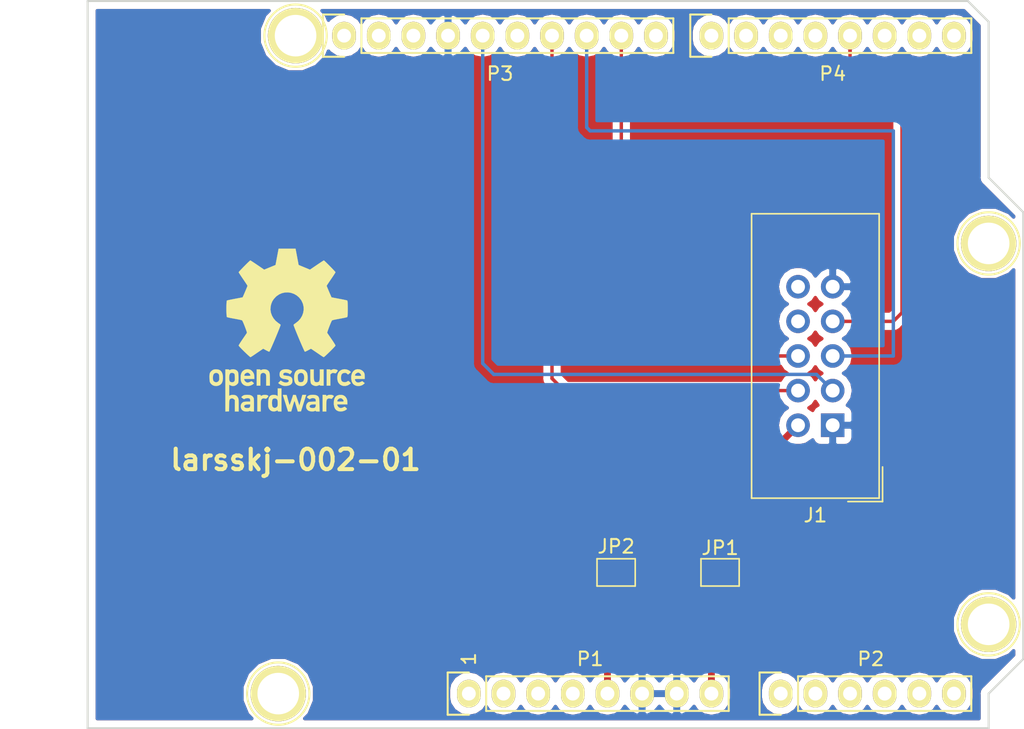
<source format=kicad_pcb>
(kicad_pcb (version 20171130) (host pcbnew 5.0.2-bee76a0~70~ubuntu18.04.1)

  (general
    (thickness 1.6)
    (drawings 28)
    (tracks 37)
    (zones 0)
    (modules 12)
    (nets 36)
  )

  (page A4)
  (title_block
    (date "lun. 30 mars 2015")
  )

  (layers
    (0 F.Cu signal)
    (31 B.Cu signal)
    (32 B.Adhes user)
    (33 F.Adhes user)
    (34 B.Paste user)
    (35 F.Paste user)
    (36 B.SilkS user)
    (37 F.SilkS user)
    (38 B.Mask user)
    (39 F.Mask user)
    (40 Dwgs.User user)
    (41 Cmts.User user)
    (42 Eco1.User user)
    (43 Eco2.User user)
    (44 Edge.Cuts user)
    (45 Margin user)
    (46 B.CrtYd user)
    (47 F.CrtYd user)
    (48 B.Fab user)
    (49 F.Fab user)
  )

  (setup
    (last_trace_width 0.25)
    (trace_clearance 0.2)
    (zone_clearance 0.508)
    (zone_45_only no)
    (trace_min 0.2)
    (segment_width 0.15)
    (edge_width 0.15)
    (via_size 0.6)
    (via_drill 0.4)
    (via_min_size 0.4)
    (via_min_drill 0.3)
    (uvia_size 0.3)
    (uvia_drill 0.1)
    (uvias_allowed no)
    (uvia_min_size 0.2)
    (uvia_min_drill 0.1)
    (pcb_text_width 0.3)
    (pcb_text_size 1.5 1.5)
    (mod_edge_width 0.15)
    (mod_text_size 1 1)
    (mod_text_width 0.15)
    (pad_size 4.064 4.064)
    (pad_drill 3.048)
    (pad_to_mask_clearance 0)
    (solder_mask_min_width 0.25)
    (aux_axis_origin 110.998 126.365)
    (grid_origin 110.998 126.365)
    (visible_elements FFFFFF7F)
    (pcbplotparams
      (layerselection 0x00030_80000001)
      (usegerberextensions false)
      (usegerberattributes false)
      (usegerberadvancedattributes false)
      (creategerberjobfile false)
      (excludeedgelayer true)
      (linewidth 0.100000)
      (plotframeref false)
      (viasonmask false)
      (mode 1)
      (useauxorigin false)
      (hpglpennumber 1)
      (hpglpenspeed 20)
      (hpglpendiameter 15.000000)
      (psnegative false)
      (psa4output false)
      (plotreference true)
      (plotvalue true)
      (plotinvisibletext false)
      (padsonsilk false)
      (subtractmaskfromsilk false)
      (outputformat 1)
      (mirror false)
      (drillshape 1)
      (scaleselection 1)
      (outputdirectory ""))
  )

  (net 0 "")
  (net 1 /IOREF)
  (net 2 /Reset)
  (net 3 +5V)
  (net 4 GND)
  (net 5 /Vin)
  (net 6 /A0)
  (net 7 /A1)
  (net 8 /A2)
  (net 9 /A3)
  (net 10 /AREF)
  (net 11 "/9(**)")
  (net 12 /8)
  (net 13 /7)
  (net 14 "/6(**)")
  (net 15 "/5(**)")
  (net 16 /4)
  (net 17 "/3(**)")
  (net 18 /2)
  (net 19 "/1(Tx)")
  (net 20 "/0(Rx)")
  (net 21 "Net-(P5-Pad1)")
  (net 22 "Net-(P6-Pad1)")
  (net 23 "Net-(P7-Pad1)")
  (net 24 "Net-(P8-Pad1)")
  (net 25 "/13(SCK)")
  (net 26 "/10(**/SS)")
  (net 27 "Net-(P1-Pad1)")
  (net 28 +3V3)
  (net 29 "/12(MISO)")
  (net 30 "/11(**/MOSI)")
  (net 31 "Net-(J1-Pad8)")
  (net 32 "Net-(J1-Pad10)")
  (net 33 "Net-(J1-Pad2)")
  (net 34 /A5)
  (net 35 /A4)

  (net_class Default "This is the default net class."
    (clearance 0.2)
    (trace_width 0.25)
    (via_dia 0.6)
    (via_drill 0.4)
    (uvia_dia 0.3)
    (uvia_drill 0.1)
    (add_net +3V3)
    (add_net +5V)
    (add_net "/0(Rx)")
    (add_net "/1(Tx)")
    (add_net "/10(**/SS)")
    (add_net "/11(**/MOSI)")
    (add_net "/12(MISO)")
    (add_net "/13(SCK)")
    (add_net /2)
    (add_net "/3(**)")
    (add_net /4)
    (add_net "/5(**)")
    (add_net "/6(**)")
    (add_net /7)
    (add_net /8)
    (add_net "/9(**)")
    (add_net /A0)
    (add_net /A1)
    (add_net /A2)
    (add_net /A3)
    (add_net /A4)
    (add_net /A5)
    (add_net /AREF)
    (add_net /IOREF)
    (add_net /Reset)
    (add_net /Vin)
    (add_net GND)
    (add_net "Net-(J1-Pad10)")
    (add_net "Net-(J1-Pad2)")
    (add_net "Net-(J1-Pad8)")
    (add_net "Net-(P1-Pad1)")
    (add_net "Net-(P5-Pad1)")
    (add_net "Net-(P6-Pad1)")
    (add_net "Net-(P7-Pad1)")
    (add_net "Net-(P8-Pad1)")
  )

  (module Jumper:SolderJumper-2_P1.3mm_Bridged_Pad1.0x1.5mm (layer F.Cu) (tedit 5C9B30E6) (tstamp 5C9B3008)
    (at 157.353 114.935)
    (descr "SMD Solder Jumper, 1x1.5mm Pads, 0.3mm gap, bridged with 1 copper strip")
    (tags "solder jumper open")
    (path /5C9B3E40)
    (attr virtual)
    (fp_text reference JP1 (at 0 -1.8) (layer F.SilkS)
      (effects (font (size 1 1) (thickness 0.15)))
    )
    (fp_text value Jumper_NC_Small (at 0 1.9) (layer F.Fab) hide
      (effects (font (size 1 1) (thickness 0.15)))
    )
    (fp_line (start -1.4 1) (end -1.4 -1) (layer F.SilkS) (width 0.12))
    (fp_line (start 1.4 1) (end -1.4 1) (layer F.SilkS) (width 0.12))
    (fp_line (start 1.4 -1) (end 1.4 1) (layer F.SilkS) (width 0.12))
    (fp_line (start -1.4 -1) (end 1.4 -1) (layer F.SilkS) (width 0.12))
    (fp_line (start -1.65 -1.25) (end 1.65 -1.25) (layer F.CrtYd) (width 0.05))
    (fp_line (start -1.65 -1.25) (end -1.65 1.25) (layer F.CrtYd) (width 0.05))
    (fp_line (start 1.65 1.25) (end 1.65 -1.25) (layer F.CrtYd) (width 0.05))
    (fp_line (start 1.65 1.25) (end -1.65 1.25) (layer F.CrtYd) (width 0.05))
    (pad 1 smd custom (at -0.65 0) (size 1 1.5) (layers F.Cu F.Mask)
      (net 5 /Vin)
      (options (clearance outline) (anchor rect))
      (primitives
        (gr_poly (pts
           (xy 0.4 -0.3) (xy 0.9 -0.3) (xy 0.9 0.3) (xy 0.4 0.3)) (width 0))
      ))
    (pad 2 smd rect (at 0.65 0) (size 1 1.5) (layers F.Cu F.Mask)
      (net 33 "Net-(J1-Pad2)"))
  )

  (module Jumper:SolderJumper-2_P1.3mm_Open_Pad1.0x1.5mm (layer F.Cu) (tedit 5C9B30E0) (tstamp 5C9B2FFA)
    (at 149.733 114.935 180)
    (descr "SMD Solder Jumper, 1x1.5mm Pads, 0.3mm gap, open")
    (tags "solder jumper open")
    (path /5C9BAC38)
    (attr virtual)
    (fp_text reference JP2 (at 0 1.905 180) (layer F.SilkS)
      (effects (font (size 1 1) (thickness 0.15)))
    )
    (fp_text value Jumper_NO_Small (at 0 1.9 180) (layer F.Fab) hide
      (effects (font (size 1 1) (thickness 0.15)))
    )
    (fp_line (start -1.4 1) (end -1.4 -1) (layer F.SilkS) (width 0.12))
    (fp_line (start 1.4 1) (end -1.4 1) (layer F.SilkS) (width 0.12))
    (fp_line (start 1.4 -1) (end 1.4 1) (layer F.SilkS) (width 0.12))
    (fp_line (start -1.4 -1) (end 1.4 -1) (layer F.SilkS) (width 0.12))
    (fp_line (start -1.65 -1.25) (end 1.65 -1.25) (layer F.CrtYd) (width 0.05))
    (fp_line (start -1.65 -1.25) (end -1.65 1.25) (layer F.CrtYd) (width 0.05))
    (fp_line (start 1.65 1.25) (end 1.65 -1.25) (layer F.CrtYd) (width 0.05))
    (fp_line (start 1.65 1.25) (end -1.65 1.25) (layer F.CrtYd) (width 0.05))
    (pad 2 smd rect (at 0.65 0 180) (size 1 1.5) (layers F.Cu F.Mask)
      (net 3 +5V))
    (pad 1 smd rect (at -0.65 0 180) (size 1 1.5) (layers F.Cu F.Mask)
      (net 33 "Net-(J1-Pad2)"))
  )

  (module Connector_IDC:IDC-Header_2x05_P2.54mm_Vertical (layer F.Cu) (tedit 59DE0611) (tstamp 5C99D94F)
    (at 165.608 104.14 180)
    (descr "Through hole straight IDC box header, 2x05, 2.54mm pitch, double rows")
    (tags "Through hole IDC box header THT 2x05 2.54mm double row")
    (path /5C99DCA4)
    (fp_text reference J1 (at 1.27 -6.604 180) (layer F.SilkS)
      (effects (font (size 1 1) (thickness 0.15)))
    )
    (fp_text value TLC (at 1.27 16.764 180) (layer F.Fab)
      (effects (font (size 1 1) (thickness 0.15)))
    )
    (fp_text user %R (at 1.27 5.08 180) (layer F.Fab)
      (effects (font (size 1 1) (thickness 0.15)))
    )
    (fp_line (start 5.695 -5.1) (end 5.695 15.26) (layer F.Fab) (width 0.1))
    (fp_line (start 5.145 -4.56) (end 5.145 14.7) (layer F.Fab) (width 0.1))
    (fp_line (start -3.155 -5.1) (end -3.155 15.26) (layer F.Fab) (width 0.1))
    (fp_line (start -2.605 -4.56) (end -2.605 2.83) (layer F.Fab) (width 0.1))
    (fp_line (start -2.605 7.33) (end -2.605 14.7) (layer F.Fab) (width 0.1))
    (fp_line (start -2.605 2.83) (end -3.155 2.83) (layer F.Fab) (width 0.1))
    (fp_line (start -2.605 7.33) (end -3.155 7.33) (layer F.Fab) (width 0.1))
    (fp_line (start 5.695 -5.1) (end -3.155 -5.1) (layer F.Fab) (width 0.1))
    (fp_line (start 5.145 -4.56) (end -2.605 -4.56) (layer F.Fab) (width 0.1))
    (fp_line (start 5.695 15.26) (end -3.155 15.26) (layer F.Fab) (width 0.1))
    (fp_line (start 5.145 14.7) (end -2.605 14.7) (layer F.Fab) (width 0.1))
    (fp_line (start 5.695 -5.1) (end 5.145 -4.56) (layer F.Fab) (width 0.1))
    (fp_line (start 5.695 15.26) (end 5.145 14.7) (layer F.Fab) (width 0.1))
    (fp_line (start -3.155 -5.1) (end -2.605 -4.56) (layer F.Fab) (width 0.1))
    (fp_line (start -3.155 15.26) (end -2.605 14.7) (layer F.Fab) (width 0.1))
    (fp_line (start 5.95 -5.35) (end 5.95 15.51) (layer F.CrtYd) (width 0.05))
    (fp_line (start 5.95 15.51) (end -3.41 15.51) (layer F.CrtYd) (width 0.05))
    (fp_line (start -3.41 15.51) (end -3.41 -5.35) (layer F.CrtYd) (width 0.05))
    (fp_line (start -3.41 -5.35) (end 5.95 -5.35) (layer F.CrtYd) (width 0.05))
    (fp_line (start 5.945 -5.35) (end 5.945 15.51) (layer F.SilkS) (width 0.12))
    (fp_line (start 5.945 15.51) (end -3.405 15.51) (layer F.SilkS) (width 0.12))
    (fp_line (start -3.405 15.51) (end -3.405 -5.35) (layer F.SilkS) (width 0.12))
    (fp_line (start -3.405 -5.35) (end 5.945 -5.35) (layer F.SilkS) (width 0.12))
    (fp_line (start -3.655 -5.6) (end -3.655 -3.06) (layer F.SilkS) (width 0.12))
    (fp_line (start -3.655 -5.6) (end -1.115 -5.6) (layer F.SilkS) (width 0.12))
    (pad 1 thru_hole rect (at 0 0 180) (size 1.7272 1.7272) (drill 1.016) (layers *.Cu *.Mask)
      (net 4 GND))
    (pad 2 thru_hole oval (at 2.54 0 180) (size 1.7272 1.7272) (drill 1.016) (layers *.Cu *.Mask)
      (net 33 "Net-(J1-Pad2)"))
    (pad 3 thru_hole oval (at 0 2.54 180) (size 1.7272 1.7272) (drill 1.016) (layers *.Cu *.Mask)
      (net 25 "/13(SCK)"))
    (pad 4 thru_hole oval (at 2.54 2.54 180) (size 1.7272 1.7272) (drill 1.016) (layers *.Cu *.Mask)
      (net 30 "/11(**/MOSI)"))
    (pad 5 thru_hole oval (at 0 5.08 180) (size 1.7272 1.7272) (drill 1.016) (layers *.Cu *.Mask)
      (net 26 "/10(**/SS)"))
    (pad 6 thru_hole oval (at 2.54 5.08 180) (size 1.7272 1.7272) (drill 1.016) (layers *.Cu *.Mask)
      (net 11 "/9(**)"))
    (pad 7 thru_hole oval (at 0 7.62 180) (size 1.7272 1.7272) (drill 1.016) (layers *.Cu *.Mask)
      (net 17 "/3(**)"))
    (pad 8 thru_hole oval (at 2.54 7.62 180) (size 1.7272 1.7272) (drill 1.016) (layers *.Cu *.Mask)
      (net 31 "Net-(J1-Pad8)"))
    (pad 9 thru_hole oval (at 0 10.16 180) (size 1.7272 1.7272) (drill 1.016) (layers *.Cu *.Mask)
      (net 4 GND))
    (pad 10 thru_hole oval (at 2.54 10.16 180) (size 1.7272 1.7272) (drill 1.016) (layers *.Cu *.Mask)
      (net 32 "Net-(J1-Pad10)"))
    (model ${KISYS3DMOD}/Connector_IDC.3dshapes/IDC-Header_2x05_P2.54mm_Vertical.wrl
      (at (xyz 0 0 0))
      (scale (xyz 1 1 1))
      (rotate (xyz 0 0 0))
    )
  )

  (module Socket_Arduino_Uno:Socket_Strip_Arduino_1x08 locked (layer F.Cu) (tedit 552168D2) (tstamp 551AF9EA)
    (at 138.938 123.825)
    (descr "Through hole socket strip")
    (tags "socket strip")
    (path /56D70129)
    (fp_text reference P1 (at 8.89 -2.54) (layer F.SilkS)
      (effects (font (size 1 1) (thickness 0.15)))
    )
    (fp_text value Power (at 8.89 -4.064) (layer F.Fab)
      (effects (font (size 1 1) (thickness 0.15)))
    )
    (fp_line (start -1.75 -1.75) (end -1.75 1.75) (layer F.CrtYd) (width 0.05))
    (fp_line (start 19.55 -1.75) (end 19.55 1.75) (layer F.CrtYd) (width 0.05))
    (fp_line (start -1.75 -1.75) (end 19.55 -1.75) (layer F.CrtYd) (width 0.05))
    (fp_line (start -1.75 1.75) (end 19.55 1.75) (layer F.CrtYd) (width 0.05))
    (fp_line (start 1.27 1.27) (end 19.05 1.27) (layer F.SilkS) (width 0.15))
    (fp_line (start 19.05 1.27) (end 19.05 -1.27) (layer F.SilkS) (width 0.15))
    (fp_line (start 19.05 -1.27) (end 1.27 -1.27) (layer F.SilkS) (width 0.15))
    (fp_line (start -1.55 1.55) (end 0 1.55) (layer F.SilkS) (width 0.15))
    (fp_line (start 1.27 1.27) (end 1.27 -1.27) (layer F.SilkS) (width 0.15))
    (fp_line (start 0 -1.55) (end -1.55 -1.55) (layer F.SilkS) (width 0.15))
    (fp_line (start -1.55 -1.55) (end -1.55 1.55) (layer F.SilkS) (width 0.15))
    (pad 1 thru_hole oval (at 0 0) (size 1.7272 2.032) (drill 1.016) (layers *.Cu *.Mask F.SilkS)
      (net 27 "Net-(P1-Pad1)"))
    (pad 2 thru_hole oval (at 2.54 0) (size 1.7272 2.032) (drill 1.016) (layers *.Cu *.Mask F.SilkS)
      (net 1 /IOREF))
    (pad 3 thru_hole oval (at 5.08 0) (size 1.7272 2.032) (drill 1.016) (layers *.Cu *.Mask F.SilkS)
      (net 2 /Reset))
    (pad 4 thru_hole oval (at 7.62 0) (size 1.7272 2.032) (drill 1.016) (layers *.Cu *.Mask F.SilkS)
      (net 28 +3V3))
    (pad 5 thru_hole oval (at 10.16 0) (size 1.7272 2.032) (drill 1.016) (layers *.Cu *.Mask F.SilkS)
      (net 3 +5V))
    (pad 6 thru_hole oval (at 12.7 0) (size 1.7272 2.032) (drill 1.016) (layers *.Cu *.Mask F.SilkS)
      (net 4 GND))
    (pad 7 thru_hole oval (at 15.24 0) (size 1.7272 2.032) (drill 1.016) (layers *.Cu *.Mask F.SilkS)
      (net 4 GND))
    (pad 8 thru_hole oval (at 17.78 0) (size 1.7272 2.032) (drill 1.016) (layers *.Cu *.Mask F.SilkS)
      (net 5 /Vin))
    (model ${KIPRJMOD}/Socket_Arduino_Uno.3dshapes/Socket_header_Arduino_1x08.wrl
      (offset (xyz 8.889999866485596 0 0))
      (scale (xyz 1 1 1))
      (rotate (xyz 0 0 180))
    )
  )

  (module Socket_Arduino_Uno:Socket_Strip_Arduino_1x06 locked (layer F.Cu) (tedit 552168D6) (tstamp 551AF9FF)
    (at 161.798 123.825)
    (descr "Through hole socket strip")
    (tags "socket strip")
    (path /56D70DD8)
    (fp_text reference P2 (at 6.604 -2.54) (layer F.SilkS)
      (effects (font (size 1 1) (thickness 0.15)))
    )
    (fp_text value Analog (at 6.604 -4.064) (layer F.Fab)
      (effects (font (size 1 1) (thickness 0.15)))
    )
    (fp_line (start -1.75 -1.75) (end -1.75 1.75) (layer F.CrtYd) (width 0.05))
    (fp_line (start 14.45 -1.75) (end 14.45 1.75) (layer F.CrtYd) (width 0.05))
    (fp_line (start -1.75 -1.75) (end 14.45 -1.75) (layer F.CrtYd) (width 0.05))
    (fp_line (start -1.75 1.75) (end 14.45 1.75) (layer F.CrtYd) (width 0.05))
    (fp_line (start 1.27 1.27) (end 13.97 1.27) (layer F.SilkS) (width 0.15))
    (fp_line (start 13.97 1.27) (end 13.97 -1.27) (layer F.SilkS) (width 0.15))
    (fp_line (start 13.97 -1.27) (end 1.27 -1.27) (layer F.SilkS) (width 0.15))
    (fp_line (start -1.55 1.55) (end 0 1.55) (layer F.SilkS) (width 0.15))
    (fp_line (start 1.27 1.27) (end 1.27 -1.27) (layer F.SilkS) (width 0.15))
    (fp_line (start 0 -1.55) (end -1.55 -1.55) (layer F.SilkS) (width 0.15))
    (fp_line (start -1.55 -1.55) (end -1.55 1.55) (layer F.SilkS) (width 0.15))
    (pad 1 thru_hole oval (at 0 0) (size 1.7272 2.032) (drill 1.016) (layers *.Cu *.Mask F.SilkS)
      (net 6 /A0))
    (pad 2 thru_hole oval (at 2.54 0) (size 1.7272 2.032) (drill 1.016) (layers *.Cu *.Mask F.SilkS)
      (net 7 /A1))
    (pad 3 thru_hole oval (at 5.08 0) (size 1.7272 2.032) (drill 1.016) (layers *.Cu *.Mask F.SilkS)
      (net 8 /A2))
    (pad 4 thru_hole oval (at 7.62 0) (size 1.7272 2.032) (drill 1.016) (layers *.Cu *.Mask F.SilkS)
      (net 9 /A3))
    (pad 5 thru_hole oval (at 10.16 0) (size 1.7272 2.032) (drill 1.016) (layers *.Cu *.Mask F.SilkS)
      (net 35 /A4))
    (pad 6 thru_hole oval (at 12.7 0) (size 1.7272 2.032) (drill 1.016) (layers *.Cu *.Mask F.SilkS)
      (net 34 /A5))
    (model ${KIPRJMOD}/Socket_Arduino_Uno.3dshapes/Socket_header_Arduino_1x06.wrl
      (offset (xyz 6.349999904632568 0 0))
      (scale (xyz 1 1 1))
      (rotate (xyz 0 0 180))
    )
  )

  (module Socket_Arduino_Uno:Socket_Strip_Arduino_1x10 locked (layer F.Cu) (tedit 552168BF) (tstamp 551AFA18)
    (at 129.794 75.565)
    (descr "Through hole socket strip")
    (tags "socket strip")
    (path /56D721E0)
    (fp_text reference P3 (at 11.43 2.794) (layer F.SilkS)
      (effects (font (size 1 1) (thickness 0.15)))
    )
    (fp_text value Digital (at 11.43 4.318) (layer F.Fab)
      (effects (font (size 1 1) (thickness 0.15)))
    )
    (fp_line (start -1.75 -1.75) (end -1.75 1.75) (layer F.CrtYd) (width 0.05))
    (fp_line (start 24.65 -1.75) (end 24.65 1.75) (layer F.CrtYd) (width 0.05))
    (fp_line (start -1.75 -1.75) (end 24.65 -1.75) (layer F.CrtYd) (width 0.05))
    (fp_line (start -1.75 1.75) (end 24.65 1.75) (layer F.CrtYd) (width 0.05))
    (fp_line (start 1.27 1.27) (end 24.13 1.27) (layer F.SilkS) (width 0.15))
    (fp_line (start 24.13 1.27) (end 24.13 -1.27) (layer F.SilkS) (width 0.15))
    (fp_line (start 24.13 -1.27) (end 1.27 -1.27) (layer F.SilkS) (width 0.15))
    (fp_line (start -1.55 1.55) (end 0 1.55) (layer F.SilkS) (width 0.15))
    (fp_line (start 1.27 1.27) (end 1.27 -1.27) (layer F.SilkS) (width 0.15))
    (fp_line (start 0 -1.55) (end -1.55 -1.55) (layer F.SilkS) (width 0.15))
    (fp_line (start -1.55 -1.55) (end -1.55 1.55) (layer F.SilkS) (width 0.15))
    (pad 1 thru_hole oval (at 0 0) (size 1.7272 2.032) (drill 1.016) (layers *.Cu *.Mask F.SilkS)
      (net 34 /A5))
    (pad 2 thru_hole oval (at 2.54 0) (size 1.7272 2.032) (drill 1.016) (layers *.Cu *.Mask F.SilkS)
      (net 35 /A4))
    (pad 3 thru_hole oval (at 5.08 0) (size 1.7272 2.032) (drill 1.016) (layers *.Cu *.Mask F.SilkS)
      (net 10 /AREF))
    (pad 4 thru_hole oval (at 7.62 0) (size 1.7272 2.032) (drill 1.016) (layers *.Cu *.Mask F.SilkS)
      (net 4 GND))
    (pad 5 thru_hole oval (at 10.16 0) (size 1.7272 2.032) (drill 1.016) (layers *.Cu *.Mask F.SilkS)
      (net 25 "/13(SCK)"))
    (pad 6 thru_hole oval (at 12.7 0) (size 1.7272 2.032) (drill 1.016) (layers *.Cu *.Mask F.SilkS)
      (net 29 "/12(MISO)"))
    (pad 7 thru_hole oval (at 15.24 0) (size 1.7272 2.032) (drill 1.016) (layers *.Cu *.Mask F.SilkS)
      (net 30 "/11(**/MOSI)"))
    (pad 8 thru_hole oval (at 17.78 0) (size 1.7272 2.032) (drill 1.016) (layers *.Cu *.Mask F.SilkS)
      (net 26 "/10(**/SS)"))
    (pad 9 thru_hole oval (at 20.32 0) (size 1.7272 2.032) (drill 1.016) (layers *.Cu *.Mask F.SilkS)
      (net 11 "/9(**)"))
    (pad 10 thru_hole oval (at 22.86 0) (size 1.7272 2.032) (drill 1.016) (layers *.Cu *.Mask F.SilkS)
      (net 12 /8))
    (model ${KIPRJMOD}/Socket_Arduino_Uno.3dshapes/Socket_header_Arduino_1x10.wrl
      (offset (xyz 11.42999982833862 0 0))
      (scale (xyz 1 1 1))
      (rotate (xyz 0 0 180))
    )
  )

  (module Socket_Arduino_Uno:Socket_Strip_Arduino_1x08 locked (layer F.Cu) (tedit 552168C7) (tstamp 551AFA2F)
    (at 156.718 75.565)
    (descr "Through hole socket strip")
    (tags "socket strip")
    (path /56D7164F)
    (fp_text reference P4 (at 8.89 2.794) (layer F.SilkS)
      (effects (font (size 1 1) (thickness 0.15)))
    )
    (fp_text value Digital (at 8.89 4.318) (layer F.Fab)
      (effects (font (size 1 1) (thickness 0.15)))
    )
    (fp_line (start -1.75 -1.75) (end -1.75 1.75) (layer F.CrtYd) (width 0.05))
    (fp_line (start 19.55 -1.75) (end 19.55 1.75) (layer F.CrtYd) (width 0.05))
    (fp_line (start -1.75 -1.75) (end 19.55 -1.75) (layer F.CrtYd) (width 0.05))
    (fp_line (start -1.75 1.75) (end 19.55 1.75) (layer F.CrtYd) (width 0.05))
    (fp_line (start 1.27 1.27) (end 19.05 1.27) (layer F.SilkS) (width 0.15))
    (fp_line (start 19.05 1.27) (end 19.05 -1.27) (layer F.SilkS) (width 0.15))
    (fp_line (start 19.05 -1.27) (end 1.27 -1.27) (layer F.SilkS) (width 0.15))
    (fp_line (start -1.55 1.55) (end 0 1.55) (layer F.SilkS) (width 0.15))
    (fp_line (start 1.27 1.27) (end 1.27 -1.27) (layer F.SilkS) (width 0.15))
    (fp_line (start 0 -1.55) (end -1.55 -1.55) (layer F.SilkS) (width 0.15))
    (fp_line (start -1.55 -1.55) (end -1.55 1.55) (layer F.SilkS) (width 0.15))
    (pad 1 thru_hole oval (at 0 0) (size 1.7272 2.032) (drill 1.016) (layers *.Cu *.Mask F.SilkS)
      (net 13 /7))
    (pad 2 thru_hole oval (at 2.54 0) (size 1.7272 2.032) (drill 1.016) (layers *.Cu *.Mask F.SilkS)
      (net 14 "/6(**)"))
    (pad 3 thru_hole oval (at 5.08 0) (size 1.7272 2.032) (drill 1.016) (layers *.Cu *.Mask F.SilkS)
      (net 15 "/5(**)"))
    (pad 4 thru_hole oval (at 7.62 0) (size 1.7272 2.032) (drill 1.016) (layers *.Cu *.Mask F.SilkS)
      (net 16 /4))
    (pad 5 thru_hole oval (at 10.16 0) (size 1.7272 2.032) (drill 1.016) (layers *.Cu *.Mask F.SilkS)
      (net 17 "/3(**)"))
    (pad 6 thru_hole oval (at 12.7 0) (size 1.7272 2.032) (drill 1.016) (layers *.Cu *.Mask F.SilkS)
      (net 18 /2))
    (pad 7 thru_hole oval (at 15.24 0) (size 1.7272 2.032) (drill 1.016) (layers *.Cu *.Mask F.SilkS)
      (net 19 "/1(Tx)"))
    (pad 8 thru_hole oval (at 17.78 0) (size 1.7272 2.032) (drill 1.016) (layers *.Cu *.Mask F.SilkS)
      (net 20 "/0(Rx)"))
    (model ${KIPRJMOD}/Socket_Arduino_Uno.3dshapes/Socket_header_Arduino_1x08.wrl
      (offset (xyz 8.889999866485596 0 0))
      (scale (xyz 1 1 1))
      (rotate (xyz 0 0 180))
    )
  )

  (module Socket_Arduino_Uno:Arduino_1pin locked (layer F.Cu) (tedit 5524FC39) (tstamp 5524FC3F)
    (at 124.968 123.825)
    (descr "module 1 pin (ou trou mecanique de percage)")
    (tags DEV)
    (path /56D71177)
    (fp_text reference P5 (at 0 -3.048) (layer F.SilkS) hide
      (effects (font (size 1 1) (thickness 0.15)))
    )
    (fp_text value CONN_01X01 (at 0 2.794) (layer F.Fab) hide
      (effects (font (size 1 1) (thickness 0.15)))
    )
    (fp_circle (center 0 0) (end 0 -2.286) (layer F.SilkS) (width 0.15))
    (pad 1 thru_hole circle (at 0 0) (size 4.064 4.064) (drill 3.048) (layers *.Cu *.Mask F.SilkS)
      (net 21 "Net-(P5-Pad1)"))
  )

  (module Socket_Arduino_Uno:Arduino_1pin locked (layer F.Cu) (tedit 5524FC4A) (tstamp 5524FC44)
    (at 177.038 118.745)
    (descr "module 1 pin (ou trou mecanique de percage)")
    (tags DEV)
    (path /56D71274)
    (fp_text reference P6 (at 0 -3.048) (layer F.SilkS) hide
      (effects (font (size 1 1) (thickness 0.15)))
    )
    (fp_text value CONN_01X01 (at 0 2.794) (layer F.Fab) hide
      (effects (font (size 1 1) (thickness 0.15)))
    )
    (fp_circle (center 0 0) (end 0 -2.286) (layer F.SilkS) (width 0.15))
    (pad 1 thru_hole circle (at 0 0) (size 4.064 4.064) (drill 3.048) (layers *.Cu *.Mask F.SilkS)
      (net 22 "Net-(P6-Pad1)"))
  )

  (module Socket_Arduino_Uno:Arduino_1pin locked (layer F.Cu) (tedit 5524FC2F) (tstamp 5524FC49)
    (at 126.238 75.565)
    (descr "module 1 pin (ou trou mecanique de percage)")
    (tags DEV)
    (path /56D712A8)
    (fp_text reference P7 (at 0 -3.048) (layer F.SilkS) hide
      (effects (font (size 1 1) (thickness 0.15)))
    )
    (fp_text value CONN_01X01 (at 0 2.794) (layer F.Fab) hide
      (effects (font (size 1 1) (thickness 0.15)))
    )
    (fp_circle (center 0 0) (end 0 -2.286) (layer F.SilkS) (width 0.15))
    (pad 1 thru_hole circle (at 0 0) (size 4.064 4.064) (drill 3.048) (layers *.Cu *.Mask F.SilkS)
      (net 23 "Net-(P7-Pad1)"))
  )

  (module Socket_Arduino_Uno:Arduino_1pin locked (layer F.Cu) (tedit 5524FC41) (tstamp 5524FC4E)
    (at 177.038 90.805)
    (descr "module 1 pin (ou trou mecanique de percage)")
    (tags DEV)
    (path /56D712DB)
    (fp_text reference P8 (at 0 -3.048) (layer F.SilkS) hide
      (effects (font (size 1 1) (thickness 0.15)))
    )
    (fp_text value CONN_01X01 (at 0 2.794) (layer F.Fab) hide
      (effects (font (size 1 1) (thickness 0.15)))
    )
    (fp_circle (center 0 0) (end 0 -2.286) (layer F.SilkS) (width 0.15))
    (pad 1 thru_hole circle (at 0 0) (size 4.064 4.064) (drill 3.048) (layers *.Cu *.Mask F.SilkS)
      (net 24 "Net-(P8-Pad1)"))
  )

  (module Symbol:OSHW-Logo_11.4x12mm_SilkScreen (layer F.Cu) (tedit 0) (tstamp 5CA7B4F3)
    (at 125.603 97.155)
    (descr "Open Source Hardware Logo")
    (tags "Logo OSHW")
    (attr virtual)
    (fp_text reference REF** (at 0 0) (layer F.SilkS) hide
      (effects (font (size 1 1) (thickness 0.15)))
    )
    (fp_text value OSHW-Logo_11.4x12mm_SilkScreen (at 0.75 0) (layer F.Fab) hide
      (effects (font (size 1 1) (thickness 0.15)))
    )
    (fp_poly (pts (xy 0.746535 -5.366828) (xy 0.859117 -4.769637) (xy 1.274531 -4.59839) (xy 1.689944 -4.427143)
      (xy 2.188302 -4.766022) (xy 2.327868 -4.860378) (xy 2.454028 -4.944625) (xy 2.560895 -5.014917)
      (xy 2.642582 -5.067408) (xy 2.693201 -5.098251) (xy 2.706986 -5.104902) (xy 2.73182 -5.087797)
      (xy 2.784888 -5.040511) (xy 2.86024 -4.969083) (xy 2.951929 -4.879555) (xy 3.054007 -4.777966)
      (xy 3.160526 -4.670357) (xy 3.265536 -4.562768) (xy 3.363091 -4.46124) (xy 3.447242 -4.371814)
      (xy 3.51204 -4.300529) (xy 3.551538 -4.253427) (xy 3.56098 -4.237663) (xy 3.547391 -4.208602)
      (xy 3.509293 -4.144934) (xy 3.450694 -4.052888) (xy 3.375597 -3.938691) (xy 3.288009 -3.808571)
      (xy 3.237254 -3.734354) (xy 3.144745 -3.598833) (xy 3.06254 -3.476539) (xy 2.99463 -3.37356)
      (xy 2.945 -3.295982) (xy 2.91764 -3.249894) (xy 2.913529 -3.240208) (xy 2.922849 -3.212681)
      (xy 2.948254 -3.148527) (xy 2.985911 -3.056765) (xy 3.031986 -2.946416) (xy 3.082646 -2.8265)
      (xy 3.134059 -2.706036) (xy 3.182389 -2.594046) (xy 3.223806 -2.499548) (xy 3.254474 -2.431563)
      (xy 3.270562 -2.399112) (xy 3.271511 -2.397835) (xy 3.296772 -2.391638) (xy 3.364046 -2.377815)
      (xy 3.46636 -2.357723) (xy 3.596741 -2.332721) (xy 3.748216 -2.304169) (xy 3.836594 -2.287704)
      (xy 3.998452 -2.256886) (xy 4.144649 -2.227561) (xy 4.267787 -2.201334) (xy 4.360469 -2.179809)
      (xy 4.415301 -2.16459) (xy 4.426323 -2.159762) (xy 4.437119 -2.127081) (xy 4.445829 -2.05327)
      (xy 4.45246 -1.946963) (xy 4.457018 -1.816788) (xy 4.459509 -1.671379) (xy 4.459938 -1.519365)
      (xy 4.458311 -1.369378) (xy 4.454635 -1.230049) (xy 4.448915 -1.11001) (xy 4.441158 -1.01789)
      (xy 4.431368 -0.962323) (xy 4.425496 -0.950755) (xy 4.390399 -0.93689) (xy 4.316028 -0.917067)
      (xy 4.212223 -0.893616) (xy 4.088819 -0.868864) (xy 4.045741 -0.860857) (xy 3.838047 -0.822814)
      (xy 3.673984 -0.792176) (xy 3.54813 -0.767726) (xy 3.455065 -0.748246) (xy 3.389367 -0.732519)
      (xy 3.345617 -0.719327) (xy 3.318392 -0.707451) (xy 3.302272 -0.695675) (xy 3.300017 -0.693347)
      (xy 3.277503 -0.655855) (xy 3.243158 -0.58289) (xy 3.200411 -0.483388) (xy 3.152692 -0.366282)
      (xy 3.10343 -0.240507) (xy 3.056055 -0.114998) (xy 3.013995 0.00131) (xy 2.98068 0.099484)
      (xy 2.959541 0.170588) (xy 2.954005 0.205687) (xy 2.954466 0.206917) (xy 2.973223 0.235606)
      (xy 3.015776 0.29873) (xy 3.077653 0.389718) (xy 3.154382 0.502) (xy 3.241491 0.629005)
      (xy 3.266299 0.665098) (xy 3.354753 0.795948) (xy 3.432588 0.915336) (xy 3.495566 1.016407)
      (xy 3.539445 1.092304) (xy 3.559985 1.136172) (xy 3.56098 1.141562) (xy 3.543722 1.169889)
      (xy 3.496036 1.226006) (xy 3.42405 1.303882) (xy 3.333897 1.397485) (xy 3.231705 1.500786)
      (xy 3.123606 1.607751) (xy 3.015728 1.712351) (xy 2.914204 1.808554) (xy 2.825162 1.890329)
      (xy 2.754733 1.951645) (xy 2.709047 1.986471) (xy 2.696409 1.992157) (xy 2.666991 1.978765)
      (xy 2.606761 1.942644) (xy 2.52553 1.889881) (xy 2.46303 1.847412) (xy 2.349785 1.769485)
      (xy 2.215674 1.677729) (xy 2.081155 1.58612) (xy 2.008833 1.537091) (xy 1.764038 1.371515)
      (xy 1.558551 1.48262) (xy 1.464936 1.531293) (xy 1.38533 1.569126) (xy 1.331467 1.590703)
      (xy 1.317757 1.593706) (xy 1.30127 1.571538) (xy 1.268745 1.508894) (xy 1.222609 1.411554)
      (xy 1.16529 1.285294) (xy 1.099216 1.135895) (xy 1.026815 0.969133) (xy 0.950516 0.790787)
      (xy 0.872746 0.606636) (xy 0.795934 0.422457) (xy 0.722506 0.24403) (xy 0.654892 0.077132)
      (xy 0.59552 -0.072458) (xy 0.546816 -0.198962) (xy 0.51121 -0.296601) (xy 0.49113 -0.359598)
      (xy 0.4879 -0.381234) (xy 0.513496 -0.408831) (xy 0.569539 -0.45363) (xy 0.644311 -0.506321)
      (xy 0.650587 -0.51049) (xy 0.843845 -0.665186) (xy 0.999674 -0.845664) (xy 1.116724 -1.046153)
      (xy 1.193645 -1.260881) (xy 1.229086 -1.484078) (xy 1.221697 -1.709974) (xy 1.170127 -1.932796)
      (xy 1.073026 -2.146776) (xy 1.044458 -2.193591) (xy 0.895868 -2.382637) (xy 0.720327 -2.534443)
      (xy 0.52391 -2.648221) (xy 0.312693 -2.72318) (xy 0.092753 -2.758533) (xy -0.129837 -2.753488)
      (xy -0.348999 -2.707256) (xy -0.558658 -2.619049) (xy -0.752739 -2.488076) (xy -0.812774 -2.434918)
      (xy -0.965565 -2.268516) (xy -1.076903 -2.093343) (xy -1.153277 -1.896989) (xy -1.195813 -1.702538)
      (xy -1.206314 -1.483913) (xy -1.171299 -1.264203) (xy -1.094327 -1.050835) (xy -0.978953 -0.851233)
      (xy -0.828734 -0.672826) (xy -0.647227 -0.523038) (xy -0.623373 -0.507249) (xy -0.547799 -0.455543)
      (xy -0.490349 -0.410743) (xy -0.462883 -0.382138) (xy -0.462483 -0.381234) (xy -0.46838 -0.350291)
      (xy -0.491755 -0.280064) (xy -0.530179 -0.17633) (xy -0.581223 -0.044865) (xy -0.642458 0.108552)
      (xy -0.711456 0.278146) (xy -0.785786 0.458138) (xy -0.863022 0.642753) (xy -0.940732 0.826213)
      (xy -1.016489 1.002741) (xy -1.087863 1.166559) (xy -1.152426 1.311892) (xy -1.207748 1.432962)
      (xy -1.2514 1.523992) (xy -1.280954 1.579205) (xy -1.292856 1.593706) (xy -1.329223 1.582414)
      (xy -1.39727 1.55213) (xy -1.485263 1.508265) (xy -1.533649 1.48262) (xy -1.739137 1.371515)
      (xy -1.983932 1.537091) (xy -2.108894 1.621915) (xy -2.245705 1.715261) (xy -2.373911 1.803153)
      (xy -2.438129 1.847412) (xy -2.528449 1.908063) (xy -2.604929 1.956126) (xy -2.657593 1.985515)
      (xy -2.674698 1.991727) (xy -2.699595 1.974968) (xy -2.754695 1.928181) (xy -2.834657 1.856225)
      (xy -2.934139 1.763957) (xy -3.0478 1.656235) (xy -3.119685 1.587071) (xy -3.245449 1.463502)
      (xy -3.354137 1.352979) (xy -3.441355 1.26023) (xy -3.502711 1.189982) (xy -3.533809 1.146965)
      (xy -3.536792 1.138235) (xy -3.522947 1.105029) (xy -3.484688 1.037887) (xy -3.426258 0.943608)
      (xy -3.351903 0.82899) (xy -3.265865 0.700828) (xy -3.241397 0.665098) (xy -3.152245 0.535234)
      (xy -3.072262 0.418314) (xy -3.00592 0.320907) (xy -2.957689 0.249584) (xy -2.932043 0.210915)
      (xy -2.929565 0.206917) (xy -2.933271 0.1761) (xy -2.952939 0.108344) (xy -2.98514 0.012584)
      (xy -3.026445 -0.102246) (xy -3.073425 -0.227211) (xy -3.122651 -0.353376) (xy -3.170692 -0.471807)
      (xy -3.214119 -0.57357) (xy -3.249504 -0.649729) (xy -3.273416 -0.691351) (xy -3.275116 -0.693347)
      (xy -3.289738 -0.705242) (xy -3.314435 -0.717005) (xy -3.354628 -0.729854) (xy -3.415737 -0.745006)
      (xy -3.503183 -0.763679) (xy -3.622388 -0.78709) (xy -3.778773 -0.816458) (xy -3.977757 -0.853)
      (xy -4.02084 -0.860857) (xy -4.148529 -0.885528) (xy -4.259847 -0.909662) (xy -4.344955 -0.930931)
      (xy -4.394017 -0.947007) (xy -4.400595 -0.950755) (xy -4.411436 -0.983982) (xy -4.420247 -1.058234)
      (xy -4.427024 -1.164879) (xy -4.43176 -1.295288) (xy -4.43445 -1.440828) (xy -4.435087 -1.592869)
      (xy -4.433666 -1.742779) (xy -4.43018 -1.881927) (xy -4.424624 -2.001683) (xy -4.416992 -2.093414)
      (xy -4.407278 -2.148489) (xy -4.401422 -2.159762) (xy -4.36882 -2.171132) (xy -4.294582 -2.189631)
      (xy -4.186104 -2.213653) (xy -4.050783 -2.241593) (xy -3.896015 -2.271847) (xy -3.811692 -2.287704)
      (xy -3.651704 -2.317611) (xy -3.509033 -2.344705) (xy -3.390652 -2.367624) (xy -3.303535 -2.385012)
      (xy -3.254655 -2.395508) (xy -3.24661 -2.397835) (xy -3.233013 -2.424069) (xy -3.204271 -2.48726)
      (xy -3.164215 -2.578378) (xy -3.116676 -2.688398) (xy -3.065485 -2.80829) (xy -3.014474 -2.929028)
      (xy -2.967474 -3.041584) (xy -2.928316 -3.136929) (xy -2.900831 -3.206038) (xy -2.888851 -3.239881)
      (xy -2.888628 -3.24136) (xy -2.902209 -3.268058) (xy -2.940285 -3.329495) (xy -2.998853 -3.419566)
      (xy -3.073912 -3.532165) (xy -3.16146 -3.661185) (xy -3.212353 -3.735294) (xy -3.305091 -3.871178)
      (xy -3.387459 -3.994546) (xy -3.455439 -4.099158) (xy -3.505012 -4.178772) (xy -3.532158 -4.227148)
      (xy -3.536079 -4.237993) (xy -3.519225 -4.263235) (xy -3.472632 -4.317131) (xy -3.402251 -4.393642)
      (xy -3.314035 -4.486732) (xy -3.213935 -4.59036) (xy -3.107902 -4.698491) (xy -3.001889 -4.805085)
      (xy -2.901848 -4.904105) (xy -2.81373 -4.989513) (xy -2.743487 -5.05527) (xy -2.697072 -5.095339)
      (xy -2.681544 -5.104902) (xy -2.656261 -5.091455) (xy -2.595789 -5.05368) (xy -2.506008 -4.99542)
      (xy -2.392797 -4.920521) (xy -2.262036 -4.83283) (xy -2.1634 -4.766022) (xy -1.665043 -4.427143)
      (xy -1.249629 -4.59839) (xy -0.834216 -4.769637) (xy -0.721634 -5.366828) (xy -0.609051 -5.96402)
      (xy 0.633952 -5.96402) (xy 0.746535 -5.366828)) (layer F.SilkS) (width 0.01))
    (fp_poly (pts (xy 3.563637 2.887472) (xy 3.64929 2.913641) (xy 3.704437 2.946707) (xy 3.722401 2.972855)
      (xy 3.717457 3.003852) (xy 3.685372 3.052547) (xy 3.658243 3.087035) (xy 3.602317 3.149383)
      (xy 3.560299 3.175615) (xy 3.52448 3.173903) (xy 3.418224 3.146863) (xy 3.340189 3.148091)
      (xy 3.27682 3.178735) (xy 3.255546 3.19667) (xy 3.187451 3.259779) (xy 3.187451 4.083922)
      (xy 2.913529 4.083922) (xy 2.913529 2.888628) (xy 3.05049 2.888628) (xy 3.132719 2.891879)
      (xy 3.175144 2.903426) (xy 3.187445 2.925952) (xy 3.187451 2.92662) (xy 3.19326 2.950215)
      (xy 3.219531 2.947138) (xy 3.255931 2.930115) (xy 3.331111 2.898439) (xy 3.392158 2.879381)
      (xy 3.470708 2.874496) (xy 3.563637 2.887472)) (layer F.SilkS) (width 0.01))
    (fp_poly (pts (xy -1.49324 2.909199) (xy -1.431264 2.938802) (xy -1.371241 2.981561) (xy -1.325514 3.030775)
      (xy -1.292207 3.093544) (xy -1.269445 3.176971) (xy -1.255353 3.288159) (xy -1.248058 3.434209)
      (xy -1.245682 3.622223) (xy -1.245645 3.641912) (xy -1.245098 4.083922) (xy -1.51902 4.083922)
      (xy -1.51902 3.676435) (xy -1.519215 3.525471) (xy -1.520564 3.416056) (xy -1.524212 3.339933)
      (xy -1.531304 3.288848) (xy -1.542987 3.254545) (xy -1.560406 3.228768) (xy -1.584671 3.203298)
      (xy -1.669565 3.148571) (xy -1.762239 3.138416) (xy -1.850527 3.173017) (xy -1.88123 3.19877)
      (xy -1.903771 3.222982) (xy -1.919954 3.248912) (xy -1.930832 3.284708) (xy -1.937458 3.338519)
      (xy -1.940885 3.418493) (xy -1.942166 3.532779) (xy -1.942353 3.671907) (xy -1.942353 4.083922)
      (xy -2.216275 4.083922) (xy -2.216275 2.888628) (xy -2.079314 2.888628) (xy -1.997084 2.891879)
      (xy -1.95466 2.903426) (xy -1.942359 2.925952) (xy -1.942353 2.92662) (xy -1.936646 2.948681)
      (xy -1.911473 2.946177) (xy -1.861422 2.921937) (xy -1.747906 2.886271) (xy -1.618055 2.882305)
      (xy -1.49324 2.909199)) (layer F.SilkS) (width 0.01))
    (fp_poly (pts (xy 5.303287 2.884355) (xy 5.367051 2.899845) (xy 5.4893 2.956569) (xy 5.593834 3.043202)
      (xy 5.66618 3.147074) (xy 5.676119 3.170396) (xy 5.689754 3.231484) (xy 5.699298 3.321853)
      (xy 5.702549 3.41319) (xy 5.702549 3.585882) (xy 5.34147 3.585882) (xy 5.192546 3.586445)
      (xy 5.087632 3.589864) (xy 5.020937 3.598731) (xy 4.986666 3.615641) (xy 4.979028 3.643189)
      (xy 4.992229 3.683968) (xy 5.015877 3.731683) (xy 5.081843 3.811314) (xy 5.173512 3.850987)
      (xy 5.285555 3.849695) (xy 5.412472 3.806514) (xy 5.522158 3.753224) (xy 5.613173 3.825191)
      (xy 5.704188 3.897157) (xy 5.618563 3.976269) (xy 5.50425 4.051017) (xy 5.363666 4.096084)
      (xy 5.212449 4.108696) (xy 5.066236 4.086079) (xy 5.042647 4.078405) (xy 4.914141 4.011296)
      (xy 4.818551 3.911247) (xy 4.753861 3.775271) (xy 4.718057 3.60038) (xy 4.71764 3.596632)
      (xy 4.714434 3.406032) (xy 4.727393 3.338035) (xy 4.980392 3.338035) (xy 5.003627 3.348491)
      (xy 5.06671 3.3565) (xy 5.159706 3.361073) (xy 5.218638 3.361765) (xy 5.328537 3.361332)
      (xy 5.397252 3.358578) (xy 5.433405 3.351321) (xy 5.445615 3.337376) (xy 5.442504 3.314562)
      (xy 5.439894 3.305735) (xy 5.395344 3.2228) (xy 5.325279 3.15596) (xy 5.263446 3.126589)
      (xy 5.181301 3.128362) (xy 5.098062 3.16499) (xy 5.028238 3.225634) (xy 4.986337 3.299456)
      (xy 4.980392 3.338035) (xy 4.727393 3.338035) (xy 4.746385 3.238395) (xy 4.809773 3.097711)
      (xy 4.900878 2.987974) (xy 5.015978 2.913174) (xy 5.151355 2.877304) (xy 5.303287 2.884355)) (layer F.SilkS) (width 0.01))
    (fp_poly (pts (xy 4.390976 2.899056) (xy 4.535256 2.960348) (xy 4.580699 2.990185) (xy 4.638779 3.036036)
      (xy 4.675238 3.072089) (xy 4.681568 3.083832) (xy 4.663693 3.109889) (xy 4.61795 3.154105)
      (xy 4.581328 3.184965) (xy 4.481088 3.26552) (xy 4.401935 3.198918) (xy 4.340769 3.155921)
      (xy 4.281129 3.141079) (xy 4.212872 3.144704) (xy 4.104482 3.171652) (xy 4.029872 3.227587)
      (xy 3.98453 3.318014) (xy 3.963947 3.448435) (xy 3.963942 3.448517) (xy 3.965722 3.59429)
      (xy 3.993387 3.701245) (xy 4.048571 3.774064) (xy 4.086192 3.798723) (xy 4.186105 3.829431)
      (xy 4.292822 3.829449) (xy 4.385669 3.799655) (xy 4.407647 3.785098) (xy 4.462765 3.747914)
      (xy 4.505859 3.74182) (xy 4.552335 3.769496) (xy 4.603716 3.819205) (xy 4.685046 3.903116)
      (xy 4.594749 3.977546) (xy 4.455236 4.061549) (xy 4.297912 4.102947) (xy 4.133503 4.09995)
      (xy 4.025531 4.0725) (xy 3.899331 4.00462) (xy 3.798401 3.897831) (xy 3.752548 3.822451)
      (xy 3.71541 3.714297) (xy 3.696827 3.577318) (xy 3.696684 3.428864) (xy 3.714865 3.286281)
      (xy 3.751255 3.166918) (xy 3.756987 3.15468) (xy 3.841865 3.034655) (xy 3.956782 2.947267)
      (xy 4.092659 2.894329) (xy 4.240417 2.877654) (xy 4.390976 2.899056)) (layer F.SilkS) (width 0.01))
    (fp_poly (pts (xy 1.967254 3.276245) (xy 1.969608 3.458879) (xy 1.978207 3.5976) (xy 1.99536 3.698147)
      (xy 2.023374 3.766254) (xy 2.064557 3.807659) (xy 2.121217 3.828097) (xy 2.191372 3.833318)
      (xy 2.264848 3.827468) (xy 2.320657 3.806093) (xy 2.361109 3.763458) (xy 2.388509 3.693825)
      (xy 2.405167 3.59146) (xy 2.413389 3.450624) (xy 2.41549 3.276245) (xy 2.41549 2.888628)
      (xy 2.689411 2.888628) (xy 2.689411 4.083922) (xy 2.552451 4.083922) (xy 2.469884 4.080576)
      (xy 2.427368 4.068826) (xy 2.41549 4.04652) (xy 2.408336 4.026654) (xy 2.379865 4.030857)
      (xy 2.322476 4.058971) (xy 2.190945 4.102342) (xy 2.051438 4.09927) (xy 1.917765 4.052174)
      (xy 1.854108 4.014971) (xy 1.805553 3.974691) (xy 1.770081 3.924291) (xy 1.745674 3.856729)
      (xy 1.730313 3.764965) (xy 1.721982 3.641955) (xy 1.718662 3.480659) (xy 1.718235 3.355928)
      (xy 1.718235 2.888628) (xy 1.967254 2.888628) (xy 1.967254 3.276245)) (layer F.SilkS) (width 0.01))
    (fp_poly (pts (xy 1.209547 2.903364) (xy 1.335502 2.971959) (xy 1.434047 3.080245) (xy 1.480478 3.168315)
      (xy 1.500412 3.246101) (xy 1.513328 3.356993) (xy 1.518863 3.484738) (xy 1.516654 3.613084)
      (xy 1.506337 3.725779) (xy 1.494286 3.785969) (xy 1.453634 3.868311) (xy 1.38323 3.95577)
      (xy 1.298382 4.032251) (xy 1.214397 4.081655) (xy 1.212349 4.082439) (xy 1.108134 4.104027)
      (xy 0.984627 4.104562) (xy 0.867261 4.084908) (xy 0.821942 4.069155) (xy 0.70522 4.002966)
      (xy 0.621624 3.916246) (xy 0.566701 3.801438) (xy 0.535995 3.650982) (xy 0.529047 3.572173)
      (xy 0.529933 3.473145) (xy 0.796862 3.473145) (xy 0.805854 3.617645) (xy 0.831736 3.72776)
      (xy 0.872868 3.798116) (xy 0.902172 3.818235) (xy 0.977251 3.832265) (xy 1.066494 3.828111)
      (xy 1.14365 3.807922) (xy 1.163883 3.796815) (xy 1.217265 3.732123) (xy 1.2525 3.633119)
      (xy 1.267498 3.512632) (xy 1.260172 3.383494) (xy 1.243799 3.305775) (xy 1.19679 3.215771)
      (xy 1.122582 3.159509) (xy 1.033209 3.140057) (xy 0.940707 3.160481) (xy 0.869653 3.210437)
      (xy 0.832312 3.251655) (xy 0.810518 3.292281) (xy 0.80013 3.347264) (xy 0.797006 3.431549)
      (xy 0.796862 3.473145) (xy 0.529933 3.473145) (xy 0.53093 3.361874) (xy 0.56518 3.189423)
      (xy 0.631802 3.054814) (xy 0.730799 2.95804) (xy 0.862175 2.899094) (xy 0.890385 2.892259)
      (xy 1.059926 2.876213) (xy 1.209547 2.903364)) (layer F.SilkS) (width 0.01))
    (fp_poly (pts (xy 0.027759 2.884345) (xy 0.122059 2.902229) (xy 0.21989 2.939633) (xy 0.230343 2.944402)
      (xy 0.304531 2.983412) (xy 0.35591 3.019664) (xy 0.372517 3.042887) (xy 0.356702 3.080761)
      (xy 0.318288 3.136644) (xy 0.301237 3.157505) (xy 0.230969 3.239618) (xy 0.140379 3.186168)
      (xy 0.054164 3.150561) (xy -0.045451 3.131529) (xy -0.140981 3.130326) (xy -0.214939 3.14821)
      (xy -0.232688 3.159373) (xy -0.266488 3.210553) (xy -0.270596 3.269509) (xy -0.245304 3.315567)
      (xy -0.230344 3.324499) (xy -0.185514 3.335592) (xy -0.106714 3.34863) (xy -0.009574 3.361088)
      (xy 0.008346 3.363042) (xy 0.164365 3.39003) (xy 0.277523 3.435873) (xy 0.352569 3.504803)
      (xy 0.394253 3.601054) (xy 0.407238 3.718617) (xy 0.389299 3.852254) (xy 0.33105 3.957195)
      (xy 0.232255 4.03363) (xy 0.092682 4.081748) (xy -0.062255 4.100732) (xy -0.188602 4.100504)
      (xy -0.291087 4.083262) (xy -0.361079 4.059457) (xy -0.449517 4.017978) (xy -0.531246 3.969842)
      (xy -0.560295 3.948655) (xy -0.635 3.887676) (xy -0.544902 3.796508) (xy -0.454804 3.705339)
      (xy -0.352368 3.773128) (xy -0.249626 3.824042) (xy -0.139913 3.850673) (xy -0.034449 3.853483)
      (xy 0.055546 3.832935) (xy 0.118854 3.789493) (xy 0.139296 3.752838) (xy 0.136229 3.694053)
      (xy 0.085434 3.649099) (xy -0.012952 3.618057) (xy -0.120744 3.60371) (xy -0.286635 3.576337)
      (xy -0.409876 3.524693) (xy -0.492114 3.447266) (xy -0.534999 3.342544) (xy -0.54094 3.218387)
      (xy -0.511594 3.088702) (xy -0.444691 2.990677) (xy -0.339629 2.923866) (xy -0.19581 2.88782)
      (xy -0.089262 2.880754) (xy 0.027759 2.884345)) (layer F.SilkS) (width 0.01))
    (fp_poly (pts (xy -2.686796 2.916354) (xy -2.661981 2.928037) (xy -2.576094 2.990951) (xy -2.494879 3.082769)
      (xy -2.434236 3.183868) (xy -2.416988 3.230349) (xy -2.401251 3.313376) (xy -2.391867 3.413713)
      (xy -2.390728 3.455147) (xy -2.390589 3.585882) (xy -3.143047 3.585882) (xy -3.127007 3.654363)
      (xy -3.087637 3.735355) (xy -3.018806 3.805351) (xy -2.936919 3.850441) (xy -2.884737 3.859804)
      (xy -2.813971 3.848441) (xy -2.72954 3.819943) (xy -2.700858 3.806831) (xy -2.594791 3.753858)
      (xy -2.504272 3.822901) (xy -2.452039 3.869597) (xy -2.424247 3.90814) (xy -2.42284 3.919452)
      (xy -2.447668 3.946868) (xy -2.502083 3.988532) (xy -2.551472 4.021037) (xy -2.684748 4.079468)
      (xy -2.834161 4.105915) (xy -2.982249 4.099039) (xy -3.100295 4.063096) (xy -3.221982 3.986101)
      (xy -3.30846 3.884728) (xy -3.362559 3.75357) (xy -3.387109 3.587224) (xy -3.389286 3.511108)
      (xy -3.380573 3.336685) (xy -3.379503 3.331611) (xy -3.130173 3.331611) (xy -3.123306 3.347968)
      (xy -3.095083 3.356988) (xy -3.036873 3.360854) (xy -2.940042 3.361749) (xy -2.902757 3.361765)
      (xy -2.789317 3.360413) (xy -2.717378 3.355505) (xy -2.678687 3.34576) (xy -2.664995 3.329899)
      (xy -2.66451 3.324805) (xy -2.680137 3.284326) (xy -2.719247 3.227621) (xy -2.736061 3.207766)
      (xy -2.798481 3.151611) (xy -2.863547 3.129532) (xy -2.898603 3.127686) (xy -2.993442 3.150766)
      (xy -3.072973 3.212759) (xy -3.123423 3.302802) (xy -3.124317 3.305735) (xy -3.130173 3.331611)
      (xy -3.379503 3.331611) (xy -3.351601 3.199343) (xy -3.29941 3.089461) (xy -3.235579 3.011461)
      (xy -3.117567 2.926882) (xy -2.978842 2.881686) (xy -2.83129 2.8776) (xy -2.686796 2.916354)) (layer F.SilkS) (width 0.01))
    (fp_poly (pts (xy -5.026753 2.901568) (xy -4.896478 2.959163) (xy -4.797581 3.055334) (xy -4.729918 3.190229)
      (xy -4.693345 3.363996) (xy -4.690724 3.391126) (xy -4.68867 3.582408) (xy -4.715301 3.750073)
      (xy -4.768999 3.885967) (xy -4.797753 3.929681) (xy -4.897909 4.022198) (xy -5.025463 4.082119)
      (xy -5.168163 4.106985) (xy -5.31376 4.094339) (xy -5.424438 4.055391) (xy -5.519616 3.989755)
      (xy -5.597406 3.903699) (xy -5.598751 3.901685) (xy -5.630343 3.84857) (xy -5.650873 3.79516)
      (xy -5.663305 3.727754) (xy -5.670603 3.632653) (xy -5.673818 3.554666) (xy -5.675156 3.483944)
      (xy -5.426186 3.483944) (xy -5.423753 3.554348) (xy -5.41492 3.648068) (xy -5.399336 3.708214)
      (xy -5.371234 3.751006) (xy -5.344914 3.776002) (xy -5.251608 3.828338) (xy -5.15398 3.835333)
      (xy -5.063058 3.797676) (xy -5.017598 3.755479) (xy -4.984838 3.712956) (xy -4.965677 3.672267)
      (xy -4.957267 3.619314) (xy -4.956763 3.539997) (xy -4.959355 3.46695) (xy -4.964929 3.362601)
      (xy -4.973766 3.29492) (xy -4.989693 3.250774) (xy -5.016538 3.217031) (xy -5.037811 3.197746)
      (xy -5.126794 3.147086) (xy -5.222789 3.14456) (xy -5.303281 3.174567) (xy -5.371947 3.237231)
      (xy -5.412856 3.340168) (xy -5.426186 3.483944) (xy -5.675156 3.483944) (xy -5.676754 3.399582)
      (xy -5.67174 3.2836) (xy -5.656717 3.196367) (xy -5.629624 3.12753) (xy -5.5884 3.066737)
      (xy -5.573115 3.048686) (xy -5.477546 2.958746) (xy -5.375039 2.906211) (xy -5.249679 2.884201)
      (xy -5.18855 2.882402) (xy -5.026753 2.901568)) (layer F.SilkS) (width 0.01))
    (fp_poly (pts (xy 4.025307 4.762784) (xy 4.144337 4.793731) (xy 4.244021 4.8576) (xy 4.292288 4.905313)
      (xy 4.371408 5.018106) (xy 4.416752 5.14895) (xy 4.43233 5.309792) (xy 4.43241 5.322794)
      (xy 4.432549 5.45353) (xy 3.680091 5.45353) (xy 3.69613 5.52201) (xy 3.725091 5.584031)
      (xy 3.775778 5.648654) (xy 3.786379 5.658971) (xy 3.877494 5.714805) (xy 3.9814 5.724275)
      (xy 4.101 5.68754) (xy 4.121274 5.677647) (xy 4.183456 5.647574) (xy 4.225106 5.63044)
      (xy 4.232373 5.628855) (xy 4.25774 5.644242) (xy 4.30612 5.681887) (xy 4.330679 5.702459)
      (xy 4.38157 5.749714) (xy 4.398281 5.780917) (xy 4.386683 5.80962) (xy 4.380483 5.817468)
      (xy 4.338493 5.851819) (xy 4.269206 5.893565) (xy 4.220882 5.917935) (xy 4.083711 5.960873)
      (xy 3.931847 5.974786) (xy 3.788024 5.9583) (xy 3.747745 5.946496) (xy 3.623078 5.879689)
      (xy 3.530671 5.776892) (xy 3.46999 5.637105) (xy 3.440498 5.45933) (xy 3.43726 5.366373)
      (xy 3.446714 5.231033) (xy 3.68549 5.231033) (xy 3.708584 5.241038) (xy 3.770662 5.248888)
      (xy 3.860914 5.253521) (xy 3.922058 5.254314) (xy 4.03204 5.253549) (xy 4.101457 5.24997)
      (xy 4.139538 5.241649) (xy 4.155515 5.226657) (xy 4.158627 5.204903) (xy 4.137278 5.137892)
      (xy 4.083529 5.071664) (xy 4.012822 5.020832) (xy 3.942089 5.000038) (xy 3.846016 5.018484)
      (xy 3.762849 5.071811) (xy 3.705186 5.148677) (xy 3.68549 5.231033) (xy 3.446714 5.231033)
      (xy 3.451028 5.169291) (xy 3.49352 5.012271) (xy 3.565635 4.894069) (xy 3.668273 4.81344)
      (xy 3.802332 4.769139) (xy 3.874957 4.760607) (xy 4.025307 4.762784)) (layer F.SilkS) (width 0.01))
    (fp_poly (pts (xy 3.238446 4.755883) (xy 3.334177 4.774755) (xy 3.388677 4.802699) (xy 3.446008 4.849123)
      (xy 3.364441 4.952111) (xy 3.31415 5.014479) (xy 3.280001 5.044907) (xy 3.246063 5.049555)
      (xy 3.196406 5.034586) (xy 3.173096 5.026117) (xy 3.078063 5.013622) (xy 2.991032 5.040406)
      (xy 2.927138 5.100915) (xy 2.916759 5.120208) (xy 2.905456 5.171314) (xy 2.896732 5.2655)
      (xy 2.890997 5.396089) (xy 2.88866 5.556405) (xy 2.888627 5.579211) (xy 2.888627 5.976471)
      (xy 2.614705 5.976471) (xy 2.614705 4.756275) (xy 2.751666 4.756275) (xy 2.830638 4.758337)
      (xy 2.871779 4.767513) (xy 2.886992 4.78829) (xy 2.888627 4.807886) (xy 2.888627 4.859497)
      (xy 2.95424 4.807886) (xy 3.029475 4.772675) (xy 3.130544 4.755265) (xy 3.238446 4.755883)) (layer F.SilkS) (width 0.01))
    (fp_poly (pts (xy 2.056459 4.763669) (xy 2.16142 4.789163) (xy 2.191761 4.802669) (xy 2.250573 4.838046)
      (xy 2.295709 4.87789) (xy 2.329106 4.92912) (xy 2.352701 4.998654) (xy 2.368433 5.093409)
      (xy 2.378239 5.220305) (xy 2.384057 5.386258) (xy 2.386266 5.497108) (xy 2.394396 5.976471)
      (xy 2.255531 5.976471) (xy 2.171287 5.972938) (xy 2.127884 5.960866) (xy 2.116666 5.940594)
      (xy 2.110744 5.918674) (xy 2.084266 5.922865) (xy 2.048186 5.940441) (xy 1.957862 5.967382)
      (xy 1.841777 5.974642) (xy 1.71968 5.962767) (xy 1.611321 5.932305) (xy 1.601602 5.928077)
      (xy 1.502568 5.858505) (xy 1.437281 5.761789) (xy 1.40724 5.648738) (xy 1.409535 5.608122)
      (xy 1.654633 5.608122) (xy 1.676229 5.662782) (xy 1.740259 5.701952) (xy 1.843565 5.722974)
      (xy 1.898774 5.725766) (xy 1.990782 5.71862) (xy 2.051941 5.690848) (xy 2.066862 5.677647)
      (xy 2.107287 5.605829) (xy 2.116666 5.540686) (xy 2.116666 5.45353) (xy 1.995269 5.45353)
      (xy 1.854153 5.460722) (xy 1.755173 5.483345) (xy 1.692633 5.522964) (xy 1.678631 5.540628)
      (xy 1.654633 5.608122) (xy 1.409535 5.608122) (xy 1.413941 5.530157) (xy 1.45888 5.416855)
      (xy 1.520196 5.340285) (xy 1.557332 5.307181) (xy 1.593687 5.285425) (xy 1.64099 5.272161)
      (xy 1.710973 5.264528) (xy 1.815364 5.25967) (xy 1.85677 5.258273) (xy 2.116666 5.24978)
      (xy 2.116285 5.171116) (xy 2.106219 5.088428) (xy 2.069829 5.038431) (xy 1.996311 5.006489)
      (xy 1.994339 5.00592) (xy 1.890105 4.993361) (xy 1.788108 5.009766) (xy 1.712305 5.049657)
      (xy 1.68189 5.069354) (xy 1.649132 5.066629) (xy 1.598721 5.038091) (xy 1.569119 5.01795)
      (xy 1.511218 4.974919) (xy 1.475352 4.942662) (xy 1.469597 4.933427) (xy 1.493295 4.885636)
      (xy 1.563313 4.828562) (xy 1.593725 4.809305) (xy 1.681155 4.77614) (xy 1.798983 4.75735)
      (xy 1.929866 4.753129) (xy 2.056459 4.763669)) (layer F.SilkS) (width 0.01))
    (fp_poly (pts (xy 0.557528 4.761332) (xy 0.656014 4.768726) (xy 0.784776 5.154706) (xy 0.913537 5.540686)
      (xy 0.953911 5.403726) (xy 0.978207 5.319083) (xy 1.010167 5.204697) (xy 1.044679 5.078963)
      (xy 1.062928 5.01152) (xy 1.131571 4.756275) (xy 1.414773 4.756275) (xy 1.330122 5.023971)
      (xy 1.288435 5.155638) (xy 1.238074 5.314458) (xy 1.185481 5.480128) (xy 1.13853 5.627843)
      (xy 1.031589 5.96402) (xy 0.800661 5.979044) (xy 0.73805 5.772316) (xy 0.699438 5.643896)
      (xy 0.6573 5.502322) (xy 0.620472 5.377285) (xy 0.619018 5.372309) (xy 0.591511 5.287586)
      (xy 0.567242 5.229778) (xy 0.550243 5.207918) (xy 0.54675 5.210446) (xy 0.53449 5.244336)
      (xy 0.511195 5.31693) (xy 0.4797 5.419101) (xy 0.442842 5.54172) (xy 0.422899 5.609167)
      (xy 0.314895 5.976471) (xy 0.085679 5.976471) (xy -0.097561 5.3975) (xy -0.149037 5.235091)
      (xy -0.19593 5.087602) (xy -0.236023 4.96196) (xy -0.267103 4.865095) (xy -0.286955 4.803934)
      (xy -0.292989 4.786065) (xy -0.288212 4.767768) (xy -0.250703 4.759755) (xy -0.172645 4.760557)
      (xy -0.160426 4.761163) (xy -0.015674 4.768726) (xy 0.07913 5.117353) (xy 0.113977 5.244497)
      (xy 0.145117 5.356265) (xy 0.169809 5.442953) (xy 0.185312 5.494856) (xy 0.188176 5.503318)
      (xy 0.200046 5.493587) (xy 0.223983 5.443172) (xy 0.257239 5.358935) (xy 0.297064 5.247741)
      (xy 0.33073 5.147297) (xy 0.459041 4.753939) (xy 0.557528 4.761332)) (layer F.SilkS) (width 0.01))
    (fp_poly (pts (xy -0.398432 5.976471) (xy -0.535393 5.976471) (xy -0.614889 5.97414) (xy -0.656292 5.964488)
      (xy -0.671199 5.943525) (xy -0.672353 5.929351) (xy -0.674867 5.900927) (xy -0.69072 5.895475)
      (xy -0.732379 5.912998) (xy -0.764776 5.929351) (xy -0.889151 5.968103) (xy -1.024354 5.970346)
      (xy -1.134274 5.941444) (xy -1.236634 5.871619) (xy -1.31466 5.768555) (xy -1.357386 5.646989)
      (xy -1.358474 5.640192) (xy -1.364822 5.566032) (xy -1.367979 5.45957) (xy -1.367725 5.379052)
      (xy -1.095711 5.379052) (xy -1.08941 5.48607) (xy -1.075075 5.574278) (xy -1.055669 5.62409)
      (xy -0.982254 5.692162) (xy -0.895086 5.716564) (xy -0.805196 5.696831) (xy -0.728383 5.637968)
      (xy -0.699292 5.598379) (xy -0.682283 5.551138) (xy -0.674316 5.482181) (xy -0.672353 5.378607)
      (xy -0.675866 5.276039) (xy -0.685143 5.185921) (xy -0.698294 5.125613) (xy -0.700486 5.120208)
      (xy -0.753522 5.05594) (xy -0.830933 5.020656) (xy -0.917546 5.014959) (xy -0.998193 5.039453)
      (xy -1.057703 5.094742) (xy -1.063876 5.105743) (xy -1.083199 5.172827) (xy -1.093726 5.269284)
      (xy -1.095711 5.379052) (xy -1.367725 5.379052) (xy -1.367596 5.338225) (xy -1.365806 5.272918)
      (xy -1.353627 5.111355) (xy -1.328315 4.990053) (xy -1.286207 4.900379) (xy -1.223641 4.833699)
      (xy -1.1629 4.794557) (xy -1.078036 4.76704) (xy -0.972485 4.757603) (xy -0.864402 4.76529)
      (xy -0.771942 4.789146) (xy -0.72309 4.817685) (xy -0.672353 4.863601) (xy -0.672353 4.283137)
      (xy -0.398432 4.283137) (xy -0.398432 5.976471)) (layer F.SilkS) (width 0.01))
    (fp_poly (pts (xy -1.967236 4.758921) (xy -1.92997 4.770091) (xy -1.917957 4.794633) (xy -1.917451 4.805712)
      (xy -1.915296 4.836572) (xy -1.900449 4.841417) (xy -1.860343 4.82026) (xy -1.83652 4.805806)
      (xy -1.761362 4.77485) (xy -1.671594 4.759544) (xy -1.577471 4.758367) (xy -1.489246 4.769799)
      (xy -1.417174 4.79232) (xy -1.371508 4.824409) (xy -1.362502 4.864545) (xy -1.367047 4.875415)
      (xy -1.400179 4.920534) (xy -1.451555 4.976026) (xy -1.460848 4.984996) (xy -1.509818 5.026245)
      (xy -1.552069 5.039572) (xy -1.611159 5.030271) (xy -1.634831 5.02409) (xy -1.708496 5.009246)
      (xy -1.76029 5.015921) (xy -1.804031 5.039465) (xy -1.844098 5.071061) (xy -1.873608 5.110798)
      (xy -1.894116 5.166252) (xy -1.907176 5.245003) (xy -1.914344 5.354629) (xy -1.917176 5.502706)
      (xy -1.917451 5.592111) (xy -1.917451 5.976471) (xy -2.166471 5.976471) (xy -2.166471 4.756275)
      (xy -2.041961 4.756275) (xy -1.967236 4.758921)) (layer F.SilkS) (width 0.01))
    (fp_poly (pts (xy -2.74128 4.765922) (xy -2.62413 4.79718) (xy -2.534949 4.853837) (xy -2.472016 4.928045)
      (xy -2.452452 4.959716) (xy -2.438008 4.992891) (xy -2.427911 5.035329) (xy -2.421385 5.094788)
      (xy -2.417658 5.179029) (xy -2.415954 5.29581) (xy -2.4155 5.45289) (xy -2.415491 5.494565)
      (xy -2.415491 5.976471) (xy -2.53502 5.976471) (xy -2.611261 5.971131) (xy -2.667634 5.957604)
      (xy -2.681758 5.949262) (xy -2.72037 5.934864) (xy -2.759808 5.949262) (xy -2.824738 5.967237)
      (xy -2.919055 5.974472) (xy -3.023593 5.971333) (xy -3.119189 5.958186) (xy -3.175 5.941318)
      (xy -3.283002 5.871986) (xy -3.350497 5.775772) (xy -3.380841 5.647844) (xy -3.381123 5.644559)
      (xy -3.37846 5.587808) (xy -3.137647 5.587808) (xy -3.116595 5.652358) (xy -3.082303 5.688686)
      (xy -3.013468 5.716162) (xy -2.92261 5.727129) (xy -2.829958 5.721731) (xy -2.755744 5.70011)
      (xy -2.734951 5.686239) (xy -2.698619 5.622143) (xy -2.689412 5.549278) (xy -2.689412 5.45353)
      (xy -2.827173 5.45353) (xy -2.958047 5.463605) (xy -3.057259 5.492148) (xy -3.118977 5.536639)
      (xy -3.137647 5.587808) (xy -3.37846 5.587808) (xy -3.374564 5.50479) (xy -3.328466 5.394282)
      (xy -3.2418 5.310712) (xy -3.229821 5.30311) (xy -3.178345 5.278357) (xy -3.114632 5.263368)
      (xy -3.025565 5.256082) (xy -2.919755 5.254407) (xy -2.689412 5.254314) (xy -2.689412 5.157755)
      (xy -2.699183 5.082836) (xy -2.724116 5.032644) (xy -2.727035 5.029972) (xy -2.782519 5.008015)
      (xy -2.866273 4.999505) (xy -2.958833 5.003687) (xy -3.04073 5.019809) (xy -3.089327 5.04399)
      (xy -3.115659 5.063359) (xy -3.143465 5.067057) (xy -3.181839 5.051188) (xy -3.239875 5.011855)
      (xy -3.326669 4.945164) (xy -3.334635 4.938916) (xy -3.330553 4.9158) (xy -3.296499 4.877352)
      (xy -3.24474 4.834627) (xy -3.187545 4.798679) (xy -3.169575 4.790191) (xy -3.104028 4.773252)
      (xy -3.00798 4.76117) (xy -2.900671 4.756323) (xy -2.895653 4.756313) (xy -2.74128 4.765922)) (layer F.SilkS) (width 0.01))
    (fp_poly (pts (xy -3.780091 2.90956) (xy -3.727588 2.935499) (xy -3.662842 2.9807) (xy -3.615653 3.029991)
      (xy -3.583335 3.091885) (xy -3.563203 3.174896) (xy -3.55257 3.287538) (xy -3.548753 3.438324)
      (xy -3.54853 3.503149) (xy -3.549182 3.645221) (xy -3.551888 3.746757) (xy -3.557776 3.817015)
      (xy -3.567973 3.865256) (xy -3.583606 3.900738) (xy -3.599872 3.924943) (xy -3.703705 4.027929)
      (xy -3.825979 4.089874) (xy -3.957886 4.108506) (xy -4.090616 4.081549) (xy -4.132667 4.062486)
      (xy -4.233334 4.010015) (xy -4.233334 4.832259) (xy -4.159865 4.794267) (xy -4.063059 4.764872)
      (xy -3.944072 4.757342) (xy -3.825255 4.771245) (xy -3.735527 4.802476) (xy -3.661101 4.861954)
      (xy -3.59751 4.947066) (xy -3.592729 4.955805) (xy -3.572563 4.996966) (xy -3.557835 5.038454)
      (xy -3.547697 5.088713) (xy -3.541301 5.156184) (xy -3.537799 5.249309) (xy -3.536342 5.376531)
      (xy -3.536079 5.519701) (xy -3.536079 5.976471) (xy -3.81 5.976471) (xy -3.81 5.134231)
      (xy -3.886617 5.069763) (xy -3.966207 5.018194) (xy -4.041578 5.008818) (xy -4.117367 5.032947)
      (xy -4.157759 5.056574) (xy -4.187821 5.090227) (xy -4.209203 5.141087) (xy -4.22355 5.216334)
      (xy -4.23251 5.323146) (xy -4.23773 5.468704) (xy -4.239569 5.565588) (xy -4.245785 5.96402)
      (xy -4.37652 5.971547) (xy -4.507255 5.979073) (xy -4.507255 3.506582) (xy -4.233334 3.506582)
      (xy -4.22635 3.644423) (xy -4.202818 3.740107) (xy -4.158865 3.799641) (xy -4.090618 3.829029)
      (xy -4.021667 3.834902) (xy -3.943614 3.828154) (xy -3.891811 3.801594) (xy -3.859417 3.766499)
      (xy -3.833916 3.728752) (xy -3.818735 3.6867) (xy -3.811981 3.627779) (xy -3.811759 3.539428)
      (xy -3.814032 3.465448) (xy -3.819251 3.354) (xy -3.827021 3.280833) (xy -3.840105 3.234422)
      (xy -3.861268 3.203244) (xy -3.88124 3.185223) (xy -3.964686 3.145925) (xy -4.063449 3.139579)
      (xy -4.120159 3.153116) (xy -4.176308 3.201233) (xy -4.213501 3.294833) (xy -4.231528 3.433254)
      (xy -4.233334 3.506582) (xy -4.507255 3.506582) (xy -4.507255 2.888628) (xy -4.370295 2.888628)
      (xy -4.288065 2.891879) (xy -4.24564 2.903426) (xy -4.233339 2.925952) (xy -4.233334 2.92662)
      (xy -4.227626 2.948681) (xy -4.202453 2.946176) (xy -4.152402 2.921935) (xy -4.035781 2.884851)
      (xy -3.904571 2.880953) (xy -3.780091 2.90956)) (layer F.SilkS) (width 0.01))
  )

  (gr_text larsskj-002-01 (at 126.238 106.68) (layer F.SilkS)
    (effects (font (size 1.5 1.5) (thickness 0.3)))
  )
  (gr_text 1 (at 138.938 121.285 90) (layer F.SilkS)
    (effects (font (size 1 1) (thickness 0.15)))
  )
  (gr_circle (center 117.348 76.962) (end 118.618 76.962) (layer Dwgs.User) (width 0.15))
  (gr_line (start 114.427 78.994) (end 114.427 74.93) (angle 90) (layer Dwgs.User) (width 0.15))
  (gr_line (start 120.269 78.994) (end 114.427 78.994) (angle 90) (layer Dwgs.User) (width 0.15))
  (gr_line (start 120.269 74.93) (end 120.269 78.994) (angle 90) (layer Dwgs.User) (width 0.15))
  (gr_line (start 114.427 74.93) (end 120.269 74.93) (angle 90) (layer Dwgs.User) (width 0.15))
  (gr_line (start 120.523 93.98) (end 104.648 93.98) (angle 90) (layer Dwgs.User) (width 0.15))
  (gr_line (start 177.038 74.549) (end 175.514 73.025) (angle 90) (layer Edge.Cuts) (width 0.15))
  (gr_line (start 177.038 85.979) (end 177.038 74.549) (angle 90) (layer Edge.Cuts) (width 0.15))
  (gr_line (start 179.578 88.519) (end 177.038 85.979) (angle 90) (layer Edge.Cuts) (width 0.15))
  (gr_line (start 179.578 121.285) (end 179.578 88.519) (angle 90) (layer Edge.Cuts) (width 0.15))
  (gr_line (start 177.038 123.825) (end 179.578 121.285) (angle 90) (layer Edge.Cuts) (width 0.15))
  (gr_line (start 177.038 126.365) (end 177.038 123.825) (angle 90) (layer Edge.Cuts) (width 0.15))
  (gr_line (start 110.998 126.365) (end 177.038 126.365) (angle 90) (layer Edge.Cuts) (width 0.15))
  (gr_line (start 110.998 73.025) (end 110.998 126.365) (angle 90) (layer Edge.Cuts) (width 0.15))
  (gr_line (start 175.514 73.025) (end 110.998 73.025) (angle 90) (layer Edge.Cuts) (width 0.15))
  (gr_line (start 173.355 102.235) (end 173.355 94.615) (angle 90) (layer Dwgs.User) (width 0.15))
  (gr_line (start 178.435 102.235) (end 173.355 102.235) (angle 90) (layer Dwgs.User) (width 0.15))
  (gr_line (start 178.435 94.615) (end 178.435 102.235) (angle 90) (layer Dwgs.User) (width 0.15))
  (gr_line (start 173.355 94.615) (end 178.435 94.615) (angle 90) (layer Dwgs.User) (width 0.15))
  (gr_line (start 109.093 123.19) (end 109.093 114.3) (angle 90) (layer Dwgs.User) (width 0.15))
  (gr_line (start 122.428 123.19) (end 109.093 123.19) (angle 90) (layer Dwgs.User) (width 0.15))
  (gr_line (start 122.428 114.3) (end 122.428 123.19) (angle 90) (layer Dwgs.User) (width 0.15))
  (gr_line (start 109.093 114.3) (end 122.428 114.3) (angle 90) (layer Dwgs.User) (width 0.15))
  (gr_line (start 104.648 93.98) (end 104.648 82.55) (angle 90) (layer Dwgs.User) (width 0.15))
  (gr_line (start 120.523 82.55) (end 120.523 93.98) (angle 90) (layer Dwgs.User) (width 0.15))
  (gr_line (start 104.648 82.55) (end 120.523 82.55) (angle 90) (layer Dwgs.User) (width 0.15))

  (segment (start 149.083 123.81) (end 149.098 123.825) (width 0.8) (layer F.Cu) (net 3))
  (segment (start 149.098 114.95) (end 149.083 114.935) (width 0.5) (layer F.Cu) (net 3))
  (segment (start 149.098 123.825) (end 149.098 114.95) (width 0.5) (layer F.Cu) (net 3))
  (segment (start 137.414 75.7174) (end 137.668 75.9714) (width 0.8) (layer F.Cu) (net 4))
  (segment (start 137.414 75.565) (end 137.414 75.7174) (width 0.8) (layer F.Cu) (net 4))
  (segment (start 156.703 123.81) (end 156.718 123.825) (width 0.8) (layer F.Cu) (net 5))
  (segment (start 156.718 114.95) (end 156.703 114.935) (width 0.5) (layer F.Cu) (net 5))
  (segment (start 156.718 123.825) (end 156.718 114.95) (width 0.5) (layer F.Cu) (net 5))
  (segment (start 163.068 99.06) (end 151.003 99.06) (width 0.25) (layer F.Cu) (net 11))
  (segment (start 150.114 98.171) (end 150.114 75.565) (width 0.25) (layer F.Cu) (net 11))
  (segment (start 151.003 99.06) (end 150.114 98.171) (width 0.25) (layer F.Cu) (net 11))
  (segment (start 166.878 75.565) (end 166.878 76.831) (width 0.25) (layer F.Cu) (net 17))
  (segment (start 165.608 96.52) (end 170.053 96.52) (width 0.25) (layer F.Cu) (net 17))
  (segment (start 170.053 96.52) (end 170.688 95.885) (width 0.25) (layer F.Cu) (net 17))
  (segment (start 170.688 95.885) (end 170.688 81.28) (width 0.25) (layer F.Cu) (net 17))
  (segment (start 166.878 77.47) (end 166.878 75.565) (width 0.25) (layer F.Cu) (net 17))
  (segment (start 170.688 81.28) (end 166.878 77.47) (width 0.25) (layer F.Cu) (net 17))
  (segment (start 164.419399 100.411399) (end 140.761601 100.411399) (width 0.25) (layer B.Cu) (net 25))
  (segment (start 165.608 101.6) (end 164.419399 100.411399) (width 0.25) (layer B.Cu) (net 25))
  (segment (start 139.954 99.603798) (end 139.954 75.565) (width 0.25) (layer B.Cu) (net 25))
  (segment (start 140.761601 100.411399) (end 139.954 99.603798) (width 0.25) (layer B.Cu) (net 25))
  (segment (start 165.608 99.06) (end 170.053 99.06) (width 0.25) (layer B.Cu) (net 26))
  (segment (start 170.053 99.06) (end 170.053 82.55) (width 0.25) (layer B.Cu) (net 26))
  (segment (start 170.053 82.55) (end 147.828 82.55) (width 0.25) (layer B.Cu) (net 26))
  (segment (start 147.574 82.296) (end 147.574 75.565) (width 0.25) (layer B.Cu) (net 26))
  (segment (start 147.828 82.55) (end 147.574 82.296) (width 0.25) (layer B.Cu) (net 26))
  (segment (start 145.034 75.7174) (end 145.288 75.9714) (width 0.25) (layer F.Cu) (net 30))
  (segment (start 145.034 75.565) (end 145.034 75.7174) (width 0.25) (layer F.Cu) (net 30))
  (segment (start 163.068 101.6) (end 145.923 101.6) (width 0.25) (layer F.Cu) (net 30))
  (segment (start 145.034 100.711) (end 145.034 75.565) (width 0.25) (layer F.Cu) (net 30))
  (segment (start 145.923 101.6) (end 145.034 100.711) (width 0.25) (layer F.Cu) (net 30))
  (segment (start 150.383 109.235) (end 150.413 109.205) (width 0.5) (layer F.Cu) (net 33))
  (segment (start 150.383 114.935) (end 150.383 109.235) (width 0.5) (layer F.Cu) (net 33))
  (segment (start 150.383 109.235) (end 157.973 109.235) (width 0.5) (layer F.Cu) (net 33))
  (segment (start 157.973 109.235) (end 157.988 109.22) (width 0.5) (layer F.Cu) (net 33))
  (segment (start 157.988 109.22) (end 163.068 104.14) (width 0.5) (layer F.Cu) (net 33))
  (segment (start 157.988 109.22) (end 157.988 114.333588) (width 0.5) (layer F.Cu) (net 33))

  (zone (net 4) (net_name GND) (layer B.Cu) (tstamp 0) (hatch edge 0.508)
    (connect_pads (clearance 0.508))
    (min_thickness 0.254)
    (fill yes (arc_segments 16) (thermal_gap 0.508) (thermal_bridge_width 0.508))
    (polygon
      (pts
        (xy 110.998 73.025) (xy 175.133 73.025) (xy 177.038 74.93) (xy 177.038 86.36) (xy 179.578 88.9)
        (xy 179.578 121.285) (xy 177.038 123.825) (xy 177.038 126.365) (xy 110.998 126.365)
      )
    )
    (filled_polygon
      (pts
        (xy 123.977026 74.054266) (xy 123.571 75.034501) (xy 123.571 76.095499) (xy 123.977026 77.075734) (xy 124.727266 77.825974)
        (xy 125.707501 78.232) (xy 126.768499 78.232) (xy 127.748734 77.825974) (xy 128.498974 77.075734) (xy 128.652156 76.705918)
        (xy 128.71357 76.79783) (xy 129.209276 77.12905) (xy 129.794 77.245359) (xy 130.378725 77.12905) (xy 130.87443 76.79783)
        (xy 131.064 76.514119) (xy 131.25357 76.79783) (xy 131.749276 77.12905) (xy 132.334 77.245359) (xy 132.918725 77.12905)
        (xy 133.41443 76.79783) (xy 133.604 76.514119) (xy 133.79357 76.79783) (xy 134.289276 77.12905) (xy 134.874 77.245359)
        (xy 135.458725 77.12905) (xy 135.95443 76.79783) (xy 136.147909 76.508267) (xy 136.511964 76.915732) (xy 137.039209 77.169709)
        (xy 137.054974 77.172358) (xy 137.287 77.051217) (xy 137.287 75.692) (xy 137.267 75.692) (xy 137.267 75.438)
        (xy 137.287 75.438) (xy 137.287 74.078783) (xy 137.541 74.078783) (xy 137.541 75.438) (xy 137.561 75.438)
        (xy 137.561 75.692) (xy 137.541 75.692) (xy 137.541 77.051217) (xy 137.773026 77.172358) (xy 137.788791 77.169709)
        (xy 138.316036 76.915732) (xy 138.68009 76.508268) (xy 138.87357 76.79783) (xy 139.194001 77.011935) (xy 139.194 99.528951)
        (xy 139.179112 99.603798) (xy 139.194 99.678645) (xy 139.194 99.678649) (xy 139.238096 99.900334) (xy 139.406071 100.151727)
        (xy 139.46953 100.194129) (xy 140.171271 100.895871) (xy 140.213672 100.959328) (xy 140.465064 101.127303) (xy 140.686749 101.171399)
        (xy 140.686753 101.171399) (xy 140.7616 101.186287) (xy 140.836447 101.171399) (xy 161.625295 101.171399) (xy 161.540041 101.6)
        (xy 161.65635 102.184725) (xy 161.98757 102.68043) (xy 162.271281 102.87) (xy 161.98757 103.05957) (xy 161.65635 103.555275)
        (xy 161.540041 104.14) (xy 161.65635 104.724725) (xy 161.98757 105.22043) (xy 162.483275 105.55165) (xy 162.920402 105.6386)
        (xy 163.215598 105.6386) (xy 163.652725 105.55165) (xy 164.147227 105.221234) (xy 164.206073 105.363299) (xy 164.384702 105.541927)
        (xy 164.618091 105.6386) (xy 165.32225 105.6386) (xy 165.481 105.47985) (xy 165.481 104.267) (xy 165.735 104.267)
        (xy 165.735 105.47985) (xy 165.89375 105.6386) (xy 166.597909 105.6386) (xy 166.831298 105.541927) (xy 167.009927 105.363299)
        (xy 167.1066 105.12991) (xy 167.1066 104.42575) (xy 166.94785 104.267) (xy 165.735 104.267) (xy 165.481 104.267)
        (xy 165.461 104.267) (xy 165.461 104.013) (xy 165.481 104.013) (xy 165.481 103.993) (xy 165.735 103.993)
        (xy 165.735 104.013) (xy 166.94785 104.013) (xy 167.1066 103.85425) (xy 167.1066 103.15009) (xy 167.009927 102.916701)
        (xy 166.831298 102.738073) (xy 166.689233 102.679228) (xy 167.01965 102.184725) (xy 167.135959 101.6) (xy 167.01965 101.015275)
        (xy 166.68843 100.51957) (xy 166.404719 100.33) (xy 166.68843 100.14043) (xy 166.902535 99.82) (xy 169.978148 99.82)
        (xy 170.053 99.834889) (xy 170.127852 99.82) (xy 170.349537 99.775904) (xy 170.600929 99.607929) (xy 170.768904 99.356537)
        (xy 170.827889 99.06) (xy 170.813 98.985148) (xy 170.813 82.624852) (xy 170.827889 82.55) (xy 170.768904 82.253463)
        (xy 170.600929 82.002071) (xy 170.349537 81.834096) (xy 170.127852 81.79) (xy 170.053 81.775111) (xy 169.978148 81.79)
        (xy 148.334 81.79) (xy 148.334 77.011935) (xy 148.65443 76.79783) (xy 148.844 76.514119) (xy 149.03357 76.79783)
        (xy 149.529276 77.12905) (xy 150.114 77.245359) (xy 150.698725 77.12905) (xy 151.19443 76.79783) (xy 151.384 76.514119)
        (xy 151.57357 76.79783) (xy 152.069276 77.12905) (xy 152.654 77.245359) (xy 153.238725 77.12905) (xy 153.73443 76.79783)
        (xy 154.06565 76.302124) (xy 154.1526 75.864997) (xy 154.1526 75.265003) (xy 155.2194 75.265003) (xy 155.2194 75.864998)
        (xy 155.30635 76.302125) (xy 155.63757 76.79783) (xy 156.133276 77.12905) (xy 156.718 77.245359) (xy 157.302725 77.12905)
        (xy 157.79843 76.79783) (xy 157.988 76.514119) (xy 158.17757 76.79783) (xy 158.673276 77.12905) (xy 159.258 77.245359)
        (xy 159.842725 77.12905) (xy 160.33843 76.79783) (xy 160.528 76.514119) (xy 160.71757 76.79783) (xy 161.213276 77.12905)
        (xy 161.798 77.245359) (xy 162.382725 77.12905) (xy 162.87843 76.79783) (xy 163.068 76.514119) (xy 163.25757 76.79783)
        (xy 163.753276 77.12905) (xy 164.338 77.245359) (xy 164.922725 77.12905) (xy 165.41843 76.79783) (xy 165.608 76.514119)
        (xy 165.79757 76.79783) (xy 166.293276 77.12905) (xy 166.878 77.245359) (xy 167.462725 77.12905) (xy 167.95843 76.79783)
        (xy 168.148 76.514119) (xy 168.33757 76.79783) (xy 168.833276 77.12905) (xy 169.418 77.245359) (xy 170.002725 77.12905)
        (xy 170.49843 76.79783) (xy 170.688 76.514119) (xy 170.87757 76.79783) (xy 171.373276 77.12905) (xy 171.958 77.245359)
        (xy 172.542725 77.12905) (xy 173.03843 76.79783) (xy 173.228 76.514119) (xy 173.41757 76.79783) (xy 173.913276 77.12905)
        (xy 174.498 77.245359) (xy 175.082725 77.12905) (xy 175.57843 76.79783) (xy 175.90965 76.302124) (xy 175.9966 75.864997)
        (xy 175.9966 75.265002) (xy 175.90965 74.827875) (xy 175.57843 74.33217) (xy 175.082724 74.00095) (xy 174.498 73.884641)
        (xy 173.913275 74.00095) (xy 173.41757 74.33217) (xy 173.228 74.615881) (xy 173.03843 74.33217) (xy 172.542724 74.00095)
        (xy 171.958 73.884641) (xy 171.373275 74.00095) (xy 170.87757 74.33217) (xy 170.688 74.615881) (xy 170.49843 74.33217)
        (xy 170.002724 74.00095) (xy 169.418 73.884641) (xy 168.833275 74.00095) (xy 168.33757 74.33217) (xy 168.148 74.615881)
        (xy 167.95843 74.33217) (xy 167.462724 74.00095) (xy 166.878 73.884641) (xy 166.293275 74.00095) (xy 165.79757 74.33217)
        (xy 165.608 74.615881) (xy 165.41843 74.33217) (xy 164.922724 74.00095) (xy 164.338 73.884641) (xy 163.753275 74.00095)
        (xy 163.25757 74.33217) (xy 163.068 74.615881) (xy 162.87843 74.33217) (xy 162.382724 74.00095) (xy 161.798 73.884641)
        (xy 161.213275 74.00095) (xy 160.71757 74.33217) (xy 160.528 74.615881) (xy 160.33843 74.33217) (xy 159.842724 74.00095)
        (xy 159.258 73.884641) (xy 158.673275 74.00095) (xy 158.17757 74.33217) (xy 157.988 74.615881) (xy 157.79843 74.33217)
        (xy 157.302724 74.00095) (xy 156.718 73.884641) (xy 156.133275 74.00095) (xy 155.63757 74.33217) (xy 155.30635 74.827876)
        (xy 155.2194 75.265003) (xy 154.1526 75.265003) (xy 154.1526 75.265002) (xy 154.06565 74.827875) (xy 153.73443 74.33217)
        (xy 153.238724 74.00095) (xy 152.654 73.884641) (xy 152.069275 74.00095) (xy 151.57357 74.33217) (xy 151.384 74.615881)
        (xy 151.19443 74.33217) (xy 150.698724 74.00095) (xy 150.114 73.884641) (xy 149.529275 74.00095) (xy 149.03357 74.33217)
        (xy 148.844 74.615881) (xy 148.65443 74.33217) (xy 148.158724 74.00095) (xy 147.574 73.884641) (xy 146.989275 74.00095)
        (xy 146.49357 74.33217) (xy 146.304 74.615881) (xy 146.11443 74.33217) (xy 145.618724 74.00095) (xy 145.034 73.884641)
        (xy 144.449275 74.00095) (xy 143.95357 74.33217) (xy 143.764 74.615881) (xy 143.57443 74.33217) (xy 143.078724 74.00095)
        (xy 142.494 73.884641) (xy 141.909275 74.00095) (xy 141.41357 74.33217) (xy 141.224 74.615881) (xy 141.03443 74.33217)
        (xy 140.538724 74.00095) (xy 139.954 73.884641) (xy 139.369275 74.00095) (xy 138.87357 74.33217) (xy 138.680091 74.621733)
        (xy 138.316036 74.214268) (xy 137.788791 73.960291) (xy 137.773026 73.957642) (xy 137.541 74.078783) (xy 137.287 74.078783)
        (xy 137.054974 73.957642) (xy 137.039209 73.960291) (xy 136.511964 74.214268) (xy 136.14791 74.621732) (xy 135.95443 74.33217)
        (xy 135.458724 74.00095) (xy 134.874 73.884641) (xy 134.289275 74.00095) (xy 133.79357 74.33217) (xy 133.604 74.615881)
        (xy 133.41443 74.33217) (xy 132.918724 74.00095) (xy 132.334 73.884641) (xy 131.749275 74.00095) (xy 131.25357 74.33217)
        (xy 131.064 74.615881) (xy 130.87443 74.33217) (xy 130.378724 74.00095) (xy 129.794 73.884641) (xy 129.209275 74.00095)
        (xy 128.71357 74.33217) (xy 128.652156 74.424082) (xy 128.498974 74.054266) (xy 128.179708 73.735) (xy 175.21991 73.735)
        (xy 176.328001 74.843092) (xy 176.328 85.909076) (xy 176.314091 85.979) (xy 176.328 86.048924) (xy 176.328 86.048925)
        (xy 176.369195 86.256027) (xy 176.526119 86.49088) (xy 176.585402 86.530492) (xy 178.868001 88.813092) (xy 178.868001 88.863293)
        (xy 178.548734 88.544026) (xy 177.568499 88.138) (xy 176.507501 88.138) (xy 175.527266 88.544026) (xy 174.777026 89.294266)
        (xy 174.371 90.274501) (xy 174.371 91.335499) (xy 174.777026 92.315734) (xy 175.527266 93.065974) (xy 176.507501 93.472)
        (xy 177.568499 93.472) (xy 178.548734 93.065974) (xy 178.868001 92.746707) (xy 178.868 116.803292) (xy 178.548734 116.484026)
        (xy 177.568499 116.078) (xy 176.507501 116.078) (xy 175.527266 116.484026) (xy 174.777026 117.234266) (xy 174.371 118.214501)
        (xy 174.371 119.275499) (xy 174.777026 120.255734) (xy 175.527266 121.005974) (xy 176.507501 121.412) (xy 177.568499 121.412)
        (xy 178.548734 121.005974) (xy 178.868 120.686708) (xy 178.868 120.990909) (xy 176.585402 123.273508) (xy 176.52612 123.313119)
        (xy 176.384544 123.525002) (xy 176.369196 123.547972) (xy 176.314091 123.825) (xy 176.328001 123.894929) (xy 176.328 125.655)
        (xy 126.909708 125.655) (xy 127.228974 125.335734) (xy 127.635 124.355499) (xy 127.635 123.525003) (xy 137.4394 123.525003)
        (xy 137.4394 124.124998) (xy 137.52635 124.562125) (xy 137.85757 125.05783) (xy 138.353276 125.38905) (xy 138.938 125.505359)
        (xy 139.522725 125.38905) (xy 140.01843 125.05783) (xy 140.208 124.774119) (xy 140.39757 125.05783) (xy 140.893276 125.38905)
        (xy 141.478 125.505359) (xy 142.062725 125.38905) (xy 142.55843 125.05783) (xy 142.748 124.774119) (xy 142.93757 125.05783)
        (xy 143.433276 125.38905) (xy 144.018 125.505359) (xy 144.602725 125.38905) (xy 145.09843 125.05783) (xy 145.288 124.774119)
        (xy 145.47757 125.05783) (xy 145.973276 125.38905) (xy 146.558 125.505359) (xy 147.142725 125.38905) (xy 147.63843 125.05783)
        (xy 147.828 124.774119) (xy 148.01757 125.05783) (xy 148.513276 125.38905) (xy 149.098 125.505359) (xy 149.682725 125.38905)
        (xy 150.17843 125.05783) (xy 150.371909 124.768267) (xy 150.735964 125.175732) (xy 151.263209 125.429709) (xy 151.278974 125.432358)
        (xy 151.511 125.311217) (xy 151.511 123.952) (xy 151.765 123.952) (xy 151.765 125.311217) (xy 151.997026 125.432358)
        (xy 152.012791 125.429709) (xy 152.540036 125.175732) (xy 152.908 124.763892) (xy 153.275964 125.175732) (xy 153.803209 125.429709)
        (xy 153.818974 125.432358) (xy 154.051 125.311217) (xy 154.051 123.952) (xy 151.765 123.952) (xy 151.511 123.952)
        (xy 151.491 123.952) (xy 151.491 123.698) (xy 151.511 123.698) (xy 151.511 122.338783) (xy 151.765 122.338783)
        (xy 151.765 123.698) (xy 154.051 123.698) (xy 154.051 122.338783) (xy 154.305 122.338783) (xy 154.305 123.698)
        (xy 154.325 123.698) (xy 154.325 123.952) (xy 154.305 123.952) (xy 154.305 125.311217) (xy 154.537026 125.432358)
        (xy 154.552791 125.429709) (xy 155.080036 125.175732) (xy 155.44409 124.768268) (xy 155.63757 125.05783) (xy 156.133276 125.38905)
        (xy 156.718 125.505359) (xy 157.302725 125.38905) (xy 157.79843 125.05783) (xy 158.12965 124.562124) (xy 158.2166 124.124997)
        (xy 158.2166 123.525003) (xy 160.2994 123.525003) (xy 160.2994 124.124998) (xy 160.38635 124.562125) (xy 160.71757 125.05783)
        (xy 161.213276 125.38905) (xy 161.798 125.505359) (xy 162.382725 125.38905) (xy 162.87843 125.05783) (xy 163.068 124.774119)
        (xy 163.25757 125.05783) (xy 163.753276 125.38905) (xy 164.338 125.505359) (xy 164.922725 125.38905) (xy 165.41843 125.05783)
        (xy 165.608 124.774119) (xy 165.79757 125.05783) (xy 166.293276 125.38905) (xy 166.878 125.505359) (xy 167.462725 125.38905)
        (xy 167.95843 125.05783) (xy 168.148 124.774119) (xy 168.33757 125.05783) (xy 168.833276 125.38905) (xy 169.418 125.505359)
        (xy 170.002725 125.38905) (xy 170.49843 125.05783) (xy 170.688 124.774119) (xy 170.87757 125.05783) (xy 171.373276 125.38905)
        (xy 171.958 125.505359) (xy 172.542725 125.38905) (xy 173.03843 125.05783) (xy 173.228 124.774119) (xy 173.41757 125.05783)
        (xy 173.913276 125.38905) (xy 174.498 125.505359) (xy 175.082725 125.38905) (xy 175.57843 125.05783) (xy 175.90965 124.562124)
        (xy 175.9966 124.124997) (xy 175.9966 123.525002) (xy 175.90965 123.087875) (xy 175.57843 122.59217) (xy 175.082724 122.26095)
        (xy 174.498 122.144641) (xy 173.913275 122.26095) (xy 173.41757 122.59217) (xy 173.228 122.875881) (xy 173.03843 122.59217)
        (xy 172.542724 122.26095) (xy 171.958 122.144641) (xy 171.373275 122.26095) (xy 170.87757 122.59217) (xy 170.688 122.875881)
        (xy 170.49843 122.59217) (xy 170.002724 122.26095) (xy 169.418 122.144641) (xy 168.833275 122.26095) (xy 168.33757 122.59217)
        (xy 168.148 122.875881) (xy 167.95843 122.59217) (xy 167.462724 122.26095) (xy 166.878 122.144641) (xy 166.293275 122.26095)
        (xy 165.79757 122.59217) (xy 165.608 122.875881) (xy 165.41843 122.59217) (xy 164.922724 122.26095) (xy 164.338 122.144641)
        (xy 163.753275 122.26095) (xy 163.25757 122.59217) (xy 163.068 122.875881) (xy 162.87843 122.59217) (xy 162.382724 122.26095)
        (xy 161.798 122.144641) (xy 161.213275 122.26095) (xy 160.71757 122.59217) (xy 160.38635 123.087876) (xy 160.2994 123.525003)
        (xy 158.2166 123.525003) (xy 158.2166 123.525002) (xy 158.12965 123.087875) (xy 157.79843 122.59217) (xy 157.302724 122.26095)
        (xy 156.718 122.144641) (xy 156.133275 122.26095) (xy 155.63757 122.59217) (xy 155.444091 122.881733) (xy 155.080036 122.474268)
        (xy 154.552791 122.220291) (xy 154.537026 122.217642) (xy 154.305 122.338783) (xy 154.051 122.338783) (xy 153.818974 122.217642)
        (xy 153.803209 122.220291) (xy 153.275964 122.474268) (xy 152.908 122.886108) (xy 152.540036 122.474268) (xy 152.012791 122.220291)
        (xy 151.997026 122.217642) (xy 151.765 122.338783) (xy 151.511 122.338783) (xy 151.278974 122.217642) (xy 151.263209 122.220291)
        (xy 150.735964 122.474268) (xy 150.37191 122.881732) (xy 150.17843 122.59217) (xy 149.682724 122.26095) (xy 149.098 122.144641)
        (xy 148.513275 122.26095) (xy 148.01757 122.59217) (xy 147.828 122.875881) (xy 147.63843 122.59217) (xy 147.142724 122.26095)
        (xy 146.558 122.144641) (xy 145.973275 122.26095) (xy 145.47757 122.59217) (xy 145.288 122.875881) (xy 145.09843 122.59217)
        (xy 144.602724 122.26095) (xy 144.018 122.144641) (xy 143.433275 122.26095) (xy 142.93757 122.59217) (xy 142.748 122.875881)
        (xy 142.55843 122.59217) (xy 142.062724 122.26095) (xy 141.478 122.144641) (xy 140.893275 122.26095) (xy 140.39757 122.59217)
        (xy 140.208 122.875881) (xy 140.01843 122.59217) (xy 139.522724 122.26095) (xy 138.938 122.144641) (xy 138.353275 122.26095)
        (xy 137.85757 122.59217) (xy 137.52635 123.087876) (xy 137.4394 123.525003) (xy 127.635 123.525003) (xy 127.635 123.294501)
        (xy 127.228974 122.314266) (xy 126.478734 121.564026) (xy 125.498499 121.158) (xy 124.437501 121.158) (xy 123.457266 121.564026)
        (xy 122.707026 122.314266) (xy 122.301 123.294501) (xy 122.301 124.355499) (xy 122.707026 125.335734) (xy 123.026292 125.655)
        (xy 111.708 125.655) (xy 111.708 73.735) (xy 124.296292 73.735)
      )
    )
    (filled_polygon
      (pts
        (xy 146.49357 76.79783) (xy 146.814001 77.011935) (xy 146.814 82.221153) (xy 146.799112 82.296) (xy 146.814 82.370847)
        (xy 146.814 82.370851) (xy 146.858096 82.592536) (xy 147.026071 82.843929) (xy 147.08953 82.886331) (xy 147.237669 83.03447)
        (xy 147.280071 83.097929) (xy 147.531463 83.265904) (xy 147.753148 83.31) (xy 147.753152 83.31) (xy 147.827999 83.324888)
        (xy 147.902846 83.31) (xy 169.293001 83.31) (xy 169.293 98.3) (xy 166.902535 98.3) (xy 166.68843 97.97957)
        (xy 166.404719 97.79) (xy 166.68843 97.60043) (xy 167.01965 97.104725) (xy 167.135959 96.52) (xy 167.01965 95.935275)
        (xy 166.68843 95.43957) (xy 166.386979 95.238146) (xy 166.49649 95.186821) (xy 166.890688 94.754947) (xy 167.062958 94.339026)
        (xy 166.941817 94.107) (xy 165.735 94.107) (xy 165.735 94.127) (xy 165.481 94.127) (xy 165.481 94.107)
        (xy 165.461 94.107) (xy 165.461 93.853) (xy 165.481 93.853) (xy 165.481 92.645531) (xy 165.735 92.645531)
        (xy 165.735 93.853) (xy 166.941817 93.853) (xy 167.062958 93.620974) (xy 166.890688 93.205053) (xy 166.49649 92.773179)
        (xy 165.967027 92.525032) (xy 165.735 92.645531) (xy 165.481 92.645531) (xy 165.248973 92.525032) (xy 164.71951 92.773179)
        (xy 164.341037 93.187826) (xy 164.14843 92.89957) (xy 163.652725 92.56835) (xy 163.215598 92.4814) (xy 162.920402 92.4814)
        (xy 162.483275 92.56835) (xy 161.98757 92.89957) (xy 161.65635 93.395275) (xy 161.540041 93.98) (xy 161.65635 94.564725)
        (xy 161.98757 95.06043) (xy 162.271281 95.25) (xy 161.98757 95.43957) (xy 161.65635 95.935275) (xy 161.540041 96.52)
        (xy 161.65635 97.104725) (xy 161.98757 97.60043) (xy 162.271281 97.79) (xy 161.98757 97.97957) (xy 161.65635 98.475275)
        (xy 161.540041 99.06) (xy 161.65635 99.644725) (xy 161.660809 99.651399) (xy 141.076403 99.651399) (xy 140.714 99.288997)
        (xy 140.714 77.011935) (xy 141.03443 76.79783) (xy 141.224 76.514119) (xy 141.41357 76.79783) (xy 141.909276 77.12905)
        (xy 142.494 77.245359) (xy 143.078725 77.12905) (xy 143.57443 76.79783) (xy 143.764 76.514119) (xy 143.95357 76.79783)
        (xy 144.449276 77.12905) (xy 145.034 77.245359) (xy 145.618725 77.12905) (xy 146.11443 76.79783) (xy 146.304 76.514119)
      )
    )
  )
  (zone (net 0) (net_name "") (layer F.Cu) (tstamp 0) (hatch edge 0.508)
    (connect_pads (clearance 0.508))
    (min_thickness 0.254)
    (fill yes (arc_segments 16) (thermal_gap 0.508) (thermal_bridge_width 0.508))
    (polygon
      (pts
        (xy 110.998 73.025) (xy 175.768 73.025) (xy 177.038 74.93) (xy 177.038 85.725) (xy 179.578 88.9)
        (xy 179.578 121.285) (xy 177.038 123.825) (xy 177.038 126.365) (xy 110.998 126.365) (xy 110.998 73.66)
      )
    )
    (filled_polygon
      (pts
        (xy 123.977026 74.054266) (xy 123.571 75.034501) (xy 123.571 76.095499) (xy 123.977026 77.075734) (xy 124.727266 77.825974)
        (xy 125.707501 78.232) (xy 126.768499 78.232) (xy 127.748734 77.825974) (xy 128.498974 77.075734) (xy 128.652156 76.705918)
        (xy 128.71357 76.79783) (xy 129.209276 77.12905) (xy 129.794 77.245359) (xy 130.378725 77.12905) (xy 130.87443 76.79783)
        (xy 131.064 76.514119) (xy 131.25357 76.79783) (xy 131.749276 77.12905) (xy 132.334 77.245359) (xy 132.918725 77.12905)
        (xy 133.41443 76.79783) (xy 133.604 76.514119) (xy 133.79357 76.79783) (xy 134.289276 77.12905) (xy 134.874 77.245359)
        (xy 135.458725 77.12905) (xy 135.95443 76.79783) (xy 136.144 76.514119) (xy 136.33357 76.79783) (xy 136.829276 77.12905)
        (xy 137.414 77.245359) (xy 137.998725 77.12905) (xy 138.49443 76.79783) (xy 138.684 76.514119) (xy 138.87357 76.79783)
        (xy 139.369276 77.12905) (xy 139.954 77.245359) (xy 140.538725 77.12905) (xy 141.03443 76.79783) (xy 141.224 76.514119)
        (xy 141.41357 76.79783) (xy 141.909276 77.12905) (xy 142.494 77.245359) (xy 143.078725 77.12905) (xy 143.57443 76.79783)
        (xy 143.764 76.514119) (xy 143.95357 76.79783) (xy 144.274001 77.011935) (xy 144.274 100.636153) (xy 144.259112 100.711)
        (xy 144.274 100.785847) (xy 144.274 100.785851) (xy 144.318096 101.007536) (xy 144.486071 101.258929) (xy 144.54953 101.301331)
        (xy 145.332671 102.084473) (xy 145.375071 102.147929) (xy 145.626463 102.315904) (xy 145.848148 102.36) (xy 145.848153 102.36)
        (xy 145.923 102.374888) (xy 145.997847 102.36) (xy 161.773465 102.36) (xy 161.98757 102.68043) (xy 162.271281 102.87)
        (xy 161.98757 103.05957) (xy 161.65635 103.555275) (xy 161.540041 104.14) (xy 161.585895 104.370526) (xy 157.606422 108.35)
        (xy 150.65098 108.35) (xy 150.412999 108.302663) (xy 150.06769 108.371349) (xy 149.848846 108.517576) (xy 149.818847 108.547575)
        (xy 149.744951 108.596951) (xy 149.549348 108.88969) (xy 149.480662 109.235) (xy 149.498001 109.322169) (xy 149.498 113.53756)
        (xy 148.583 113.53756) (xy 148.335235 113.586843) (xy 148.125191 113.727191) (xy 147.984843 113.937235) (xy 147.93556 114.185)
        (xy 147.93556 115.685) (xy 147.984843 115.932765) (xy 148.125191 116.142809) (xy 148.213001 116.201482) (xy 148.213 122.461588)
        (xy 148.01757 122.59217) (xy 147.828 122.875881) (xy 147.63843 122.59217) (xy 147.142724 122.26095) (xy 146.558 122.144641)
        (xy 145.973275 122.26095) (xy 145.47757 122.59217) (xy 145.288 122.875881) (xy 145.09843 122.59217) (xy 144.602724 122.26095)
        (xy 144.018 122.144641) (xy 143.433275 122.26095) (xy 142.93757 122.59217) (xy 142.748 122.875881) (xy 142.55843 122.59217)
        (xy 142.062724 122.26095) (xy 141.478 122.144641) (xy 140.893275 122.26095) (xy 140.39757 122.59217) (xy 140.208 122.875881)
        (xy 140.01843 122.59217) (xy 139.522724 122.26095) (xy 138.938 122.144641) (xy 138.353275 122.26095) (xy 137.85757 122.59217)
        (xy 137.52635 123.087876) (xy 137.4394 123.525003) (xy 137.4394 124.124998) (xy 137.52635 124.562125) (xy 137.85757 125.05783)
        (xy 138.353276 125.38905) (xy 138.938 125.505359) (xy 139.522725 125.38905) (xy 140.01843 125.05783) (xy 140.208 124.774119)
        (xy 140.39757 125.05783) (xy 140.893276 125.38905) (xy 141.478 125.505359) (xy 142.062725 125.38905) (xy 142.55843 125.05783)
        (xy 142.748 124.774119) (xy 142.93757 125.05783) (xy 143.433276 125.38905) (xy 144.018 125.505359) (xy 144.602725 125.38905)
        (xy 145.09843 125.05783) (xy 145.288 124.774119) (xy 145.47757 125.05783) (xy 145.973276 125.38905) (xy 146.558 125.505359)
        (xy 147.142725 125.38905) (xy 147.63843 125.05783) (xy 147.828 124.774119) (xy 148.01757 125.05783) (xy 148.513276 125.38905)
        (xy 149.098 125.505359) (xy 149.682725 125.38905) (xy 150.17843 125.05783) (xy 150.368 124.774119) (xy 150.55757 125.05783)
        (xy 151.053276 125.38905) (xy 151.638 125.505359) (xy 152.222725 125.38905) (xy 152.71843 125.05783) (xy 152.908 124.774119)
        (xy 153.09757 125.05783) (xy 153.593276 125.38905) (xy 154.178 125.505359) (xy 154.762725 125.38905) (xy 155.25843 125.05783)
        (xy 155.448 124.774119) (xy 155.63757 125.05783) (xy 156.133276 125.38905) (xy 156.718 125.505359) (xy 157.302725 125.38905)
        (xy 157.79843 125.05783) (xy 158.12965 124.562124) (xy 158.2166 124.124997) (xy 158.2166 123.525003) (xy 160.2994 123.525003)
        (xy 160.2994 124.124998) (xy 160.38635 124.562125) (xy 160.71757 125.05783) (xy 161.213276 125.38905) (xy 161.798 125.505359)
        (xy 162.382725 125.38905) (xy 162.87843 125.05783) (xy 163.068 124.774119) (xy 163.25757 125.05783) (xy 163.753276 125.38905)
        (xy 164.338 125.505359) (xy 164.922725 125.38905) (xy 165.41843 125.05783) (xy 165.608 124.774119) (xy 165.79757 125.05783)
        (xy 166.293276 125.38905) (xy 166.878 125.505359) (xy 167.462725 125.38905) (xy 167.95843 125.05783) (xy 168.148 124.774119)
        (xy 168.33757 125.05783) (xy 168.833276 125.38905) (xy 169.418 125.505359) (xy 170.002725 125.38905) (xy 170.49843 125.05783)
        (xy 170.688 124.774119) (xy 170.87757 125.05783) (xy 171.373276 125.38905) (xy 171.958 125.505359) (xy 172.542725 125.38905)
        (xy 173.03843 125.05783) (xy 173.228 124.774119) (xy 173.41757 125.05783) (xy 173.913276 125.38905) (xy 174.498 125.505359)
        (xy 175.082725 125.38905) (xy 175.57843 125.05783) (xy 175.90965 124.562124) (xy 175.9966 124.124997) (xy 175.9966 123.525002)
        (xy 175.90965 123.087875) (xy 175.57843 122.59217) (xy 175.082724 122.26095) (xy 174.498 122.144641) (xy 173.913275 122.26095)
        (xy 173.41757 122.59217) (xy 173.228 122.875881) (xy 173.03843 122.59217) (xy 172.542724 122.26095) (xy 171.958 122.144641)
        (xy 171.373275 122.26095) (xy 170.87757 122.59217) (xy 170.688 122.875881) (xy 170.49843 122.59217) (xy 170.002724 122.26095)
        (xy 169.418 122.144641) (xy 168.833275 122.26095) (xy 168.33757 122.59217) (xy 168.148 122.875881) (xy 167.95843 122.59217)
        (xy 167.462724 122.26095) (xy 166.878 122.144641) (xy 166.293275 122.26095) (xy 165.79757 122.59217) (xy 165.608 122.875881)
        (xy 165.41843 122.59217) (xy 164.922724 122.26095) (xy 164.338 122.144641) (xy 163.753275 122.26095) (xy 163.25757 122.59217)
        (xy 163.068 122.875881) (xy 162.87843 122.59217) (xy 162.382724 122.26095) (xy 161.798 122.144641) (xy 161.213275 122.26095)
        (xy 160.71757 122.59217) (xy 160.38635 123.087876) (xy 160.2994 123.525003) (xy 158.2166 123.525003) (xy 158.2166 123.525002)
        (xy 158.12965 123.087875) (xy 157.79843 122.59217) (xy 157.603 122.461588) (xy 157.603 116.33244) (xy 158.503 116.33244)
        (xy 158.750765 116.283157) (xy 158.960809 116.142809) (xy 159.101157 115.932765) (xy 159.15044 115.685) (xy 159.15044 114.185)
        (xy 159.101157 113.937235) (xy 158.960809 113.727191) (xy 158.873 113.668518) (xy 158.873 109.586578) (xy 162.837474 105.622105)
        (xy 162.920402 105.6386) (xy 163.215598 105.6386) (xy 163.652725 105.55165) (xy 164.141068 105.225349) (xy 164.146243 105.251365)
        (xy 164.286591 105.461409) (xy 164.496635 105.601757) (xy 164.7444 105.65104) (xy 166.4716 105.65104) (xy 166.719365 105.601757)
        (xy 166.929409 105.461409) (xy 167.069757 105.251365) (xy 167.11904 105.0036) (xy 167.11904 103.2764) (xy 167.069757 103.028635)
        (xy 166.929409 102.818591) (xy 166.719365 102.678243) (xy 166.693349 102.673068) (xy 167.01965 102.184725) (xy 167.135959 101.6)
        (xy 167.01965 101.015275) (xy 166.68843 100.51957) (xy 166.404719 100.33) (xy 166.68843 100.14043) (xy 167.01965 99.644725)
        (xy 167.135959 99.06) (xy 167.01965 98.475275) (xy 166.68843 97.97957) (xy 166.404719 97.79) (xy 166.68843 97.60043)
        (xy 166.902535 97.28) (xy 169.978153 97.28) (xy 170.053 97.294888) (xy 170.127847 97.28) (xy 170.127852 97.28)
        (xy 170.349537 97.235904) (xy 170.600929 97.067929) (xy 170.643331 97.00447) (xy 171.172473 96.475329) (xy 171.235929 96.432929)
        (xy 171.403904 96.181537) (xy 171.448 95.959852) (xy 171.448 95.959848) (xy 171.462888 95.885) (xy 171.448 95.810152)
        (xy 171.448 81.354848) (xy 171.462888 81.28) (xy 171.448 81.205152) (xy 171.448 81.205148) (xy 171.403904 80.983463)
        (xy 171.403904 80.983462) (xy 171.278329 80.795527) (xy 171.235929 80.732071) (xy 171.172473 80.689671) (xy 167.638 77.155199)
        (xy 167.638 77.011935) (xy 167.95843 76.79783) (xy 168.148 76.514119) (xy 168.33757 76.79783) (xy 168.833276 77.12905)
        (xy 169.418 77.245359) (xy 170.002725 77.12905) (xy 170.49843 76.79783) (xy 170.688 76.514119) (xy 170.87757 76.79783)
        (xy 171.373276 77.12905) (xy 171.958 77.245359) (xy 172.542725 77.12905) (xy 173.03843 76.79783) (xy 173.228 76.514119)
        (xy 173.41757 76.79783) (xy 173.913276 77.12905) (xy 174.498 77.245359) (xy 175.082725 77.12905) (xy 175.57843 76.79783)
        (xy 175.90965 76.302124) (xy 175.9966 75.864997) (xy 175.9966 75.265002) (xy 175.90965 74.827875) (xy 175.57843 74.33217)
        (xy 175.082724 74.00095) (xy 174.498 73.884641) (xy 173.913275 74.00095) (xy 173.41757 74.33217) (xy 173.228 74.615881)
        (xy 173.03843 74.33217) (xy 172.542724 74.00095) (xy 171.958 73.884641) (xy 171.373275 74.00095) (xy 170.87757 74.33217)
        (xy 170.688 74.615881) (xy 170.49843 74.33217) (xy 170.002724 74.00095) (xy 169.418 73.884641) (xy 168.833275 74.00095)
        (xy 168.33757 74.33217) (xy 168.148 74.615881) (xy 167.95843 74.33217) (xy 167.462724 74.00095) (xy 166.878 73.884641)
        (xy 166.293275 74.00095) (xy 165.79757 74.33217) (xy 165.608 74.615881) (xy 165.41843 74.33217) (xy 164.922724 74.00095)
        (xy 164.338 73.884641) (xy 163.753275 74.00095) (xy 163.25757 74.33217) (xy 163.068 74.615881) (xy 162.87843 74.33217)
        (xy 162.382724 74.00095) (xy 161.798 73.884641) (xy 161.213275 74.00095) (xy 160.71757 74.33217) (xy 160.528 74.615881)
        (xy 160.33843 74.33217) (xy 159.842724 74.00095) (xy 159.258 73.884641) (xy 158.673275 74.00095) (xy 158.17757 74.33217)
        (xy 157.988 74.615881) (xy 157.79843 74.33217) (xy 157.302724 74.00095) (xy 156.718 73.884641) (xy 156.133275 74.00095)
        (xy 155.63757 74.33217) (xy 155.30635 74.827876) (xy 155.2194 75.265003) (xy 155.2194 75.864998) (xy 155.30635 76.302125)
        (xy 155.63757 76.79783) (xy 156.133276 77.12905) (xy 156.718 77.245359) (xy 157.302725 77.12905) (xy 157.79843 76.79783)
        (xy 157.988 76.514119) (xy 158.17757 76.79783) (xy 158.673276 77.12905) (xy 159.258 77.245359) (xy 159.842725 77.12905)
        (xy 160.33843 76.79783) (xy 160.528 76.514119) (xy 160.71757 76.79783) (xy 161.213276 77.12905) (xy 161.798 77.245359)
        (xy 162.382725 77.12905) (xy 162.87843 76.79783) (xy 163.068 76.514119) (xy 163.25757 76.79783) (xy 163.753276 77.12905)
        (xy 164.338 77.245359) (xy 164.922725 77.12905) (xy 165.41843 76.79783) (xy 165.608 76.514119) (xy 165.79757 76.79783)
        (xy 166.118 77.011935) (xy 166.118 77.395153) (xy 166.103112 77.47) (xy 166.118 77.544847) (xy 166.118 77.544851)
        (xy 166.162096 77.766536) (xy 166.330071 78.017929) (xy 166.39353 78.060331) (xy 169.928001 81.594803) (xy 169.928 95.570198)
        (xy 169.738199 95.76) (xy 166.902535 95.76) (xy 166.68843 95.43957) (xy 166.404719 95.25) (xy 166.68843 95.06043)
        (xy 167.01965 94.564725) (xy 167.135959 93.98) (xy 167.01965 93.395275) (xy 166.68843 92.89957) (xy 166.192725 92.56835)
        (xy 165.755598 92.4814) (xy 165.460402 92.4814) (xy 165.023275 92.56835) (xy 164.52757 92.89957) (xy 164.338 93.183281)
        (xy 164.14843 92.89957) (xy 163.652725 92.56835) (xy 163.215598 92.4814) (xy 162.920402 92.4814) (xy 162.483275 92.56835)
        (xy 161.98757 92.89957) (xy 161.65635 93.395275) (xy 161.540041 93.98) (xy 161.65635 94.564725) (xy 161.98757 95.06043)
        (xy 162.271281 95.25) (xy 161.98757 95.43957) (xy 161.65635 95.935275) (xy 161.540041 96.52) (xy 161.65635 97.104725)
        (xy 161.98757 97.60043) (xy 162.271281 97.79) (xy 161.98757 97.97957) (xy 161.773465 98.3) (xy 151.317802 98.3)
        (xy 150.874 97.856199) (xy 150.874 77.011935) (xy 151.19443 76.79783) (xy 151.384 76.514119) (xy 151.57357 76.79783)
        (xy 152.069276 77.12905) (xy 152.654 77.245359) (xy 153.238725 77.12905) (xy 153.73443 76.79783) (xy 154.06565 76.302124)
        (xy 154.1526 75.864997) (xy 154.1526 75.265002) (xy 154.06565 74.827875) (xy 153.73443 74.33217) (xy 153.238724 74.00095)
        (xy 152.654 73.884641) (xy 152.069275 74.00095) (xy 151.57357 74.33217) (xy 151.384 74.615881) (xy 151.19443 74.33217)
        (xy 150.698724 74.00095) (xy 150.114 73.884641) (xy 149.529275 74.00095) (xy 149.03357 74.33217) (xy 148.844 74.615881)
        (xy 148.65443 74.33217) (xy 148.158724 74.00095) (xy 147.574 73.884641) (xy 146.989275 74.00095) (xy 146.49357 74.33217)
        (xy 146.304 74.615881) (xy 146.11443 74.33217) (xy 145.618724 74.00095) (xy 145.034 73.884641) (xy 144.449275 74.00095)
        (xy 143.95357 74.33217) (xy 143.764 74.615881) (xy 143.57443 74.33217) (xy 143.078724 74.00095) (xy 142.494 73.884641)
        (xy 141.909275 74.00095) (xy 141.41357 74.33217) (xy 141.224 74.615881) (xy 141.03443 74.33217) (xy 140.538724 74.00095)
        (xy 139.954 73.884641) (xy 139.369275 74.00095) (xy 138.87357 74.33217) (xy 138.684 74.615881) (xy 138.49443 74.33217)
        (xy 137.998724 74.00095) (xy 137.414 73.884641) (xy 136.829275 74.00095) (xy 136.33357 74.33217) (xy 136.144 74.615881)
        (xy 135.95443 74.33217) (xy 135.458724 74.00095) (xy 134.874 73.884641) (xy 134.289275 74.00095) (xy 133.79357 74.33217)
        (xy 133.604 74.615881) (xy 133.41443 74.33217) (xy 132.918724 74.00095) (xy 132.334 73.884641) (xy 131.749275 74.00095)
        (xy 131.25357 74.33217) (xy 131.064 74.615881) (xy 130.87443 74.33217) (xy 130.378724 74.00095) (xy 129.794 73.884641)
        (xy 129.209275 74.00095) (xy 128.71357 74.33217) (xy 128.652156 74.424082) (xy 128.498974 74.054266) (xy 128.179708 73.735)
        (xy 175.21991 73.735) (xy 176.328001 74.843092) (xy 176.328 85.909076) (xy 176.314091 85.979) (xy 176.328 86.048924)
        (xy 176.328 86.048925) (xy 176.369195 86.256027) (xy 176.526119 86.49088) (xy 176.585402 86.530492) (xy 178.868001 88.813092)
        (xy 178.868001 88.863293) (xy 178.548734 88.544026) (xy 177.568499 88.138) (xy 176.507501 88.138) (xy 175.527266 88.544026)
        (xy 174.777026 89.294266) (xy 174.371 90.274501) (xy 174.371 91.335499) (xy 174.777026 92.315734) (xy 175.527266 93.065974)
        (xy 176.507501 93.472) (xy 177.568499 93.472) (xy 178.548734 93.065974) (xy 178.868001 92.746707) (xy 178.868 116.803292)
        (xy 178.548734 116.484026) (xy 177.568499 116.078) (xy 176.507501 116.078) (xy 175.527266 116.484026) (xy 174.777026 117.234266)
        (xy 174.371 118.214501) (xy 174.371 119.275499) (xy 174.777026 120.255734) (xy 175.527266 121.005974) (xy 176.507501 121.412)
        (xy 177.568499 121.412) (xy 178.548734 121.005974) (xy 178.868 120.686708) (xy 178.868 120.990909) (xy 176.585402 123.273508)
        (xy 176.52612 123.313119) (xy 176.453927 123.421164) (xy 176.369196 123.547972) (xy 176.314091 123.825) (xy 176.328001 123.894929)
        (xy 176.328 125.655) (xy 126.909708 125.655) (xy 127.228974 125.335734) (xy 127.635 124.355499) (xy 127.635 123.294501)
        (xy 127.228974 122.314266) (xy 126.478734 121.564026) (xy 125.498499 121.158) (xy 124.437501 121.158) (xy 123.457266 121.564026)
        (xy 122.707026 122.314266) (xy 122.301 123.294501) (xy 122.301 124.355499) (xy 122.707026 125.335734) (xy 123.026292 125.655)
        (xy 111.708 125.655) (xy 111.708 73.735) (xy 124.296292 73.735)
      )
    )
    (filled_polygon
      (pts
        (xy 157.103001 113.53756) (xy 156.203 113.53756) (xy 155.955235 113.586843) (xy 155.745191 113.727191) (xy 155.604843 113.937235)
        (xy 155.55556 114.185) (xy 155.55556 115.685) (xy 155.604843 115.932765) (xy 155.745191 116.142809) (xy 155.833001 116.201482)
        (xy 155.833 122.461588) (xy 155.63757 122.59217) (xy 155.448 122.875881) (xy 155.25843 122.59217) (xy 154.762724 122.26095)
        (xy 154.178 122.144641) (xy 153.593275 122.26095) (xy 153.09757 122.59217) (xy 152.908 122.875881) (xy 152.71843 122.59217)
        (xy 152.222724 122.26095) (xy 151.638 122.144641) (xy 151.053275 122.26095) (xy 150.55757 122.59217) (xy 150.368 122.875881)
        (xy 150.17843 122.59217) (xy 149.983 122.461588) (xy 149.983 116.33244) (xy 150.883 116.33244) (xy 151.130765 116.283157)
        (xy 151.340809 116.142809) (xy 151.481157 115.932765) (xy 151.53044 115.685) (xy 151.53044 114.185) (xy 151.481157 113.937235)
        (xy 151.340809 113.727191) (xy 151.268 113.678541) (xy 151.268 110.12) (xy 157.103 110.12)
      )
    )
    (filled_polygon
      (pts
        (xy 164.522651 102.673068) (xy 164.496635 102.678243) (xy 164.286591 102.818591) (xy 164.146243 103.028635) (xy 164.141068 103.054651)
        (xy 163.864719 102.87) (xy 164.14843 102.68043) (xy 164.338 102.396719)
      )
    )
    (filled_polygon
      (pts
        (xy 149.03357 76.79783) (xy 149.354001 77.011935) (xy 149.354 98.096153) (xy 149.339112 98.171) (xy 149.354 98.245847)
        (xy 149.354 98.245851) (xy 149.398096 98.467536) (xy 149.566071 98.718929) (xy 149.62953 98.761331) (xy 150.412671 99.544473)
        (xy 150.455071 99.607929) (xy 150.706463 99.775904) (xy 150.928148 99.82) (xy 150.928153 99.82) (xy 151.003 99.834888)
        (xy 151.077847 99.82) (xy 161.773465 99.82) (xy 161.98757 100.14043) (xy 162.271281 100.33) (xy 161.98757 100.51957)
        (xy 161.773465 100.84) (xy 146.237802 100.84) (xy 145.794 100.396199) (xy 145.794 77.011935) (xy 146.11443 76.79783)
        (xy 146.304 76.514119) (xy 146.49357 76.79783) (xy 146.989276 77.12905) (xy 147.574 77.245359) (xy 148.158725 77.12905)
        (xy 148.65443 76.79783) (xy 148.844 76.514119)
      )
    )
    (filled_polygon
      (pts
        (xy 164.52757 100.14043) (xy 164.811281 100.33) (xy 164.52757 100.51957) (xy 164.338 100.803281) (xy 164.14843 100.51957)
        (xy 163.864719 100.33) (xy 164.14843 100.14043) (xy 164.338 99.856719)
      )
    )
    (filled_polygon
      (pts
        (xy 164.52757 97.60043) (xy 164.811281 97.79) (xy 164.52757 97.97957) (xy 164.338 98.263281) (xy 164.14843 97.97957)
        (xy 163.864719 97.79) (xy 164.14843 97.60043) (xy 164.338 97.316719)
      )
    )
    (filled_polygon
      (pts
        (xy 164.52757 95.06043) (xy 164.811281 95.25) (xy 164.52757 95.43957) (xy 164.338 95.723281) (xy 164.14843 95.43957)
        (xy 163.864719 95.25) (xy 164.14843 95.06043) (xy 164.338 94.776719)
      )
    )
  )
)

</source>
